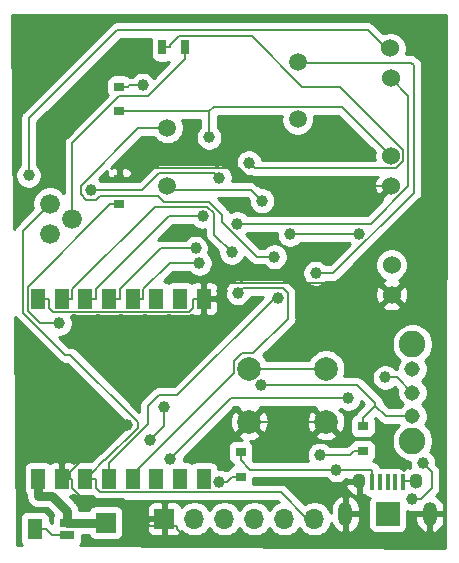
<source format=gtl>
G04 #@! TF.GenerationSoftware,KiCad,Pcbnew,5.1.7-a382d34a8~88~ubuntu18.04.1*
G04 #@! TF.CreationDate,2022-03-02T17:55:55+05:30*
G04 #@! TF.ProjectId,WaterTank_module_v1,57617465-7254-4616-9e6b-5f6d6f64756c,rev?*
G04 #@! TF.SameCoordinates,Original*
G04 #@! TF.FileFunction,Copper,L1,Top*
G04 #@! TF.FilePolarity,Positive*
%FSLAX46Y46*%
G04 Gerber Fmt 4.6, Leading zero omitted, Abs format (unit mm)*
G04 Created by KiCad (PCBNEW 5.1.7-a382d34a8~88~ubuntu18.04.1) date 2022-03-02 17:55:55*
%MOMM*%
%LPD*%
G01*
G04 APERTURE LIST*
G04 #@! TA.AperFunction,ComponentPad*
%ADD10R,1.700000X1.700000*%
G04 #@! TD*
G04 #@! TA.AperFunction,ComponentPad*
%ADD11O,1.700000X1.700000*%
G04 #@! TD*
G04 #@! TA.AperFunction,SMDPad,CuDef*
%ADD12R,1.250000X0.740000*%
G04 #@! TD*
G04 #@! TA.AperFunction,SMDPad,CuDef*
%ADD13R,1.250000X1.800000*%
G04 #@! TD*
G04 #@! TA.AperFunction,ComponentPad*
%ADD14C,1.676400*%
G04 #@! TD*
G04 #@! TA.AperFunction,ComponentPad*
%ADD15C,1.524000*%
G04 #@! TD*
G04 #@! TA.AperFunction,ComponentPad*
%ADD16O,1.200000X2.000000*%
G04 #@! TD*
G04 #@! TA.AperFunction,SMDPad,CuDef*
%ADD17R,2.000000X2.000000*%
G04 #@! TD*
G04 #@! TA.AperFunction,SMDPad,CuDef*
%ADD18R,0.400000X1.350000*%
G04 #@! TD*
G04 #@! TA.AperFunction,ComponentPad*
%ADD19O,1.100000X1.300000*%
G04 #@! TD*
G04 #@! TA.AperFunction,SMDPad,CuDef*
%ADD20R,0.900000X0.800000*%
G04 #@! TD*
G04 #@! TA.AperFunction,SMDPad,CuDef*
%ADD21R,1.200000X1.700000*%
G04 #@! TD*
G04 #@! TA.AperFunction,ComponentPad*
%ADD22C,1.500000*%
G04 #@! TD*
G04 #@! TA.AperFunction,ComponentPad*
%ADD23C,2.000000*%
G04 #@! TD*
G04 #@! TA.AperFunction,SMDPad,CuDef*
%ADD24R,0.700000X1.300000*%
G04 #@! TD*
G04 #@! TA.AperFunction,ComponentPad*
%ADD25C,1.308000*%
G04 #@! TD*
G04 #@! TA.AperFunction,ComponentPad*
%ADD26C,2.250000*%
G04 #@! TD*
G04 #@! TA.AperFunction,ViaPad*
%ADD27C,1.000000*%
G04 #@! TD*
G04 #@! TA.AperFunction,Conductor*
%ADD28C,0.800000*%
G04 #@! TD*
G04 #@! TA.AperFunction,Conductor*
%ADD29C,0.200000*%
G04 #@! TD*
G04 #@! TA.AperFunction,Conductor*
%ADD30C,0.254000*%
G04 #@! TD*
G04 #@! TA.AperFunction,Conductor*
%ADD31C,0.100000*%
G04 #@! TD*
G04 APERTURE END LIST*
D10*
X35896040Y-87164240D03*
D11*
X38436040Y-87164240D03*
X40976040Y-87164240D03*
X43516040Y-87164240D03*
X46056040Y-87164240D03*
X48596040Y-87164240D03*
D12*
X27666500Y-87475900D03*
D13*
X24916500Y-88005900D03*
D12*
X27666500Y-88535900D03*
D14*
X26196000Y-63034200D03*
X28101000Y-61764200D03*
X26196000Y-60494200D03*
D15*
X55038900Y-49870000D03*
X55028900Y-47330000D03*
D16*
X51221040Y-86741000D03*
D17*
X54796040Y-86741000D03*
D16*
X58371040Y-86741000D03*
D18*
X53496040Y-84066000D03*
X54146040Y-84066000D03*
X54796040Y-84066000D03*
X55446040Y-84066000D03*
X56096040Y-84066000D03*
D19*
X52371040Y-83991000D03*
X57221040Y-83991000D03*
D15*
X55138000Y-68201200D03*
X55128000Y-65661200D03*
X55064300Y-58968300D03*
X55054300Y-56428300D03*
D20*
X32087800Y-58404800D03*
X32087800Y-60504800D03*
D21*
X25204700Y-68526400D03*
X27204700Y-68526400D03*
X29204700Y-68526400D03*
X31204700Y-68526400D03*
X33204700Y-68526400D03*
X35204700Y-68526400D03*
X37204700Y-68526400D03*
X39204700Y-68526400D03*
X39204700Y-83756400D03*
X37204700Y-83756400D03*
X35204700Y-83756400D03*
X33204700Y-83756400D03*
X31204700Y-83756400D03*
X29204700Y-83756400D03*
X27204700Y-83756400D03*
X25204700Y-83756400D03*
D10*
X30927000Y-87470000D03*
D20*
X52696000Y-81414200D03*
X52696000Y-79314200D03*
D22*
X47170300Y-53345700D03*
X47170300Y-48465700D03*
X36141700Y-54058800D03*
X36141700Y-58938800D03*
D23*
X43075700Y-78940700D03*
X43075700Y-74440700D03*
X49575700Y-78940700D03*
X49575700Y-74440700D03*
D20*
X32065000Y-50565300D03*
X32065000Y-52665300D03*
X42336700Y-81510200D03*
X42336700Y-83610200D03*
D24*
X37625000Y-47246500D03*
X35725000Y-47246500D03*
D25*
X56896040Y-78464240D03*
X56896040Y-76464240D03*
X56896040Y-74464240D03*
D26*
X56896040Y-80564240D03*
X56896040Y-72364240D03*
D27*
X48695900Y-66357600D03*
X45214500Y-64962600D03*
X44156500Y-60237500D03*
X54596030Y-75190600D03*
X51456300Y-76950900D03*
X36396040Y-82064240D03*
X50445200Y-83000200D03*
X39675900Y-54873100D03*
X44089300Y-75833300D03*
X52356600Y-63062800D03*
X46528800Y-63062800D03*
X56896040Y-85464240D03*
X57796040Y-82464244D03*
X42119500Y-68019100D03*
X41589400Y-64603200D03*
X38532200Y-64257400D03*
X39134100Y-61530400D03*
X38861900Y-65507600D03*
X49063100Y-81747100D03*
X45518100Y-68429500D03*
X40755500Y-67867900D03*
X34522600Y-57171300D03*
X32711397Y-79251797D03*
X27000800Y-70593400D03*
X29639500Y-59306000D03*
X40539200Y-58288300D03*
X34048500Y-50451700D03*
X40521000Y-84035600D03*
X34696040Y-80464240D03*
X35896040Y-77664240D03*
X43052300Y-57016400D03*
X42062800Y-62184900D03*
X24396040Y-58064240D03*
D28*
X27666500Y-87475900D02*
X27666500Y-86505600D01*
X25204700Y-83756400D02*
X25204700Y-85206700D01*
X25204700Y-85206700D02*
X26367600Y-85206700D01*
X26367600Y-85206700D02*
X27666500Y-86505600D01*
X27666500Y-87475900D02*
X28891800Y-87475900D01*
X30927000Y-87470000D02*
X28897700Y-87470000D01*
X28897700Y-87470000D02*
X28891800Y-87475900D01*
D29*
X49575700Y-74440700D02*
X43075700Y-74440700D01*
X47268840Y-48564240D02*
X47170300Y-48465700D01*
X56796040Y-48564240D02*
X47268840Y-48564240D01*
X56984800Y-48753000D02*
X56796040Y-48564240D01*
X48695900Y-66357600D02*
X50198800Y-66357600D01*
X56984800Y-59571600D02*
X56984800Y-48753000D01*
X50198800Y-66357600D02*
X56984800Y-59571600D01*
X45214500Y-64962600D02*
X43708600Y-64962600D01*
X43708600Y-64962600D02*
X40792100Y-62046100D01*
X40792100Y-62046100D02*
X40792100Y-61443400D01*
X40792100Y-61443400D02*
X39664200Y-60315500D01*
X39664200Y-60315500D02*
X35893600Y-60315500D01*
X35893600Y-60315500D02*
X35382500Y-59804400D01*
X35382500Y-59804400D02*
X30439900Y-59804400D01*
X30439900Y-59804400D02*
X30089600Y-60154700D01*
X30089600Y-60154700D02*
X29297600Y-60154700D01*
X29297600Y-60154700D02*
X28812000Y-59669100D01*
X28812000Y-59669100D02*
X28812000Y-58940200D01*
X28812000Y-58940200D02*
X33693400Y-54058800D01*
X33693400Y-54058800D02*
X36141700Y-54058800D01*
X44156500Y-60237500D02*
X43200400Y-59281400D01*
X43200400Y-59281400D02*
X36484300Y-59281400D01*
X36484300Y-59281400D02*
X36141700Y-58938800D01*
X56896040Y-76464240D02*
X55622400Y-75190600D01*
X55622400Y-75190600D02*
X54596030Y-75190600D01*
X51456300Y-76950900D02*
X41509380Y-76950900D01*
X41509380Y-76950900D02*
X36396040Y-82064240D01*
X50445200Y-83000200D02*
X43126400Y-83000200D01*
X43126400Y-83000200D02*
X42336700Y-82210500D01*
X53496040Y-83000200D02*
X50079140Y-83000200D01*
X42336700Y-81860300D02*
X42336700Y-81510200D01*
X42336700Y-81860300D02*
X42336700Y-82210500D01*
X39675900Y-52665300D02*
X32815300Y-52665300D01*
X55054300Y-56428300D02*
X50912200Y-52286200D01*
X50912200Y-52286200D02*
X40055000Y-52286200D01*
X40055000Y-52286200D02*
X39675900Y-52665300D01*
X39675900Y-54873100D02*
X39675900Y-52665300D01*
X53496040Y-84066000D02*
X53496040Y-83090700D01*
X32065000Y-52665300D02*
X32815300Y-52665300D01*
X29204700Y-83756400D02*
X29654900Y-83756400D01*
X53733200Y-77325400D02*
X52241000Y-75833300D01*
X52241000Y-75833300D02*
X44089300Y-75833300D01*
X52696000Y-78613900D02*
X53733200Y-77576700D01*
X53733200Y-77576700D02*
X53733200Y-77325500D01*
X53733200Y-77325500D02*
X53733200Y-77325400D01*
X52696000Y-79314200D02*
X52696000Y-78613900D01*
X30888880Y-82205700D02*
X33626600Y-79467980D01*
X29654900Y-83756400D02*
X29654900Y-83368600D01*
X30817800Y-82205700D02*
X30888880Y-82205700D01*
X33626600Y-79467980D02*
X33626600Y-78995900D01*
X23903500Y-62786700D02*
X26196000Y-60494200D01*
X23903500Y-69701200D02*
X23903500Y-62786700D01*
X33626600Y-78995900D02*
X27938300Y-73307600D01*
X27509900Y-73307600D02*
X23903500Y-69701200D01*
X29654900Y-83368600D02*
X30817800Y-82205700D01*
X27938300Y-73307600D02*
X27509900Y-73307600D01*
X30105000Y-83756400D02*
X29654900Y-83756400D01*
X30105000Y-84544200D02*
X30105000Y-83756400D01*
X45738600Y-84906800D02*
X30467600Y-84906800D01*
X30467600Y-84906800D02*
X30105000Y-84544200D01*
X48596040Y-87164240D02*
X47996040Y-87164240D01*
X47996040Y-87164240D02*
X45738600Y-84906800D01*
X54620740Y-78464240D02*
X53733200Y-77576700D01*
X56896040Y-78464240D02*
X54620740Y-78464240D01*
X46528800Y-63062800D02*
X52356600Y-63062800D01*
X58522924Y-84544462D02*
X58522924Y-83191128D01*
X58522924Y-83191128D02*
X57796040Y-82464244D01*
X57603146Y-85464240D02*
X58522924Y-84544462D01*
X56896040Y-85464240D02*
X57603146Y-85464240D01*
X42515600Y-67623000D02*
X42119500Y-68019100D01*
X45910300Y-67623000D02*
X42515600Y-67623000D01*
X46340600Y-68053300D02*
X45910300Y-67623000D01*
X46340600Y-70219680D02*
X46340600Y-68053300D01*
X33204700Y-83355580D02*
X41775699Y-74784581D01*
X33204700Y-83756400D02*
X33204700Y-83355580D01*
X41775699Y-74784581D02*
X41775699Y-73816699D01*
X41775699Y-73816699D02*
X42451699Y-73140699D01*
X43419581Y-73140699D02*
X46340600Y-70219680D01*
X42451699Y-73140699D02*
X43419581Y-73140699D01*
X27204700Y-68526400D02*
X28105000Y-68526400D01*
X28105000Y-68526400D02*
X28105000Y-67738600D01*
X28105000Y-67738600D02*
X35127800Y-60715800D01*
X35127800Y-60715800D02*
X39498300Y-60715800D01*
X39498300Y-60715800D02*
X40074700Y-61292200D01*
X40074700Y-61292200D02*
X40074700Y-63088500D01*
X40074700Y-63088500D02*
X41589400Y-64603200D01*
X32105000Y-68526400D02*
X32105000Y-67738600D01*
X32105000Y-67738600D02*
X35586200Y-64257400D01*
X35586200Y-64257400D02*
X38532200Y-64257400D01*
X31204700Y-68526400D02*
X32105000Y-68526400D01*
X30105000Y-68526400D02*
X30105000Y-67738600D01*
X30105000Y-67738600D02*
X36313200Y-61530400D01*
X36313200Y-61530400D02*
X39134100Y-61530400D01*
X29204700Y-68526400D02*
X30105000Y-68526400D01*
X34105000Y-68526400D02*
X34105000Y-67737900D01*
X34105000Y-67737900D02*
X36335300Y-65507600D01*
X36335300Y-65507600D02*
X38861900Y-65507600D01*
X33204700Y-68526400D02*
X34105000Y-68526400D01*
X51945700Y-81414200D02*
X51612800Y-81747100D01*
X51612800Y-81747100D02*
X49063100Y-81747100D01*
X52696000Y-81414200D02*
X51945700Y-81414200D01*
X31204700Y-82455580D02*
X34496040Y-79164240D01*
X31204700Y-83756400D02*
X31204700Y-82455580D01*
X34496040Y-79164240D02*
X34496040Y-77564240D01*
X36996040Y-76664240D02*
X45230780Y-68429500D01*
X34496040Y-77564240D02*
X35396040Y-76664240D01*
X45230780Y-68429500D02*
X45518100Y-68429500D01*
X35396040Y-76664240D02*
X36996040Y-76664240D01*
X34522600Y-57483200D02*
X42248000Y-57483200D01*
X42248000Y-57483200D02*
X43733100Y-58968300D01*
X43733100Y-58968300D02*
X55064300Y-58968300D01*
X27204700Y-83756400D02*
X27880000Y-83756400D01*
X39204700Y-68526400D02*
X38304400Y-68526400D01*
X38304400Y-68526400D02*
X38304400Y-69314200D01*
X38304400Y-69314200D02*
X37941700Y-69676900D01*
X37941700Y-69676900D02*
X26467700Y-69676900D01*
X26467700Y-69676900D02*
X26105000Y-69314200D01*
X26105000Y-69314200D02*
X26105000Y-68526400D01*
X40755500Y-67867900D02*
X41406900Y-67216500D01*
X41406900Y-67216500D02*
X54153300Y-67216500D01*
X54153300Y-67216500D02*
X55138000Y-68201200D01*
X40105000Y-68526400D02*
X40755500Y-67875900D01*
X40755500Y-67875900D02*
X40755500Y-67867900D01*
X34522600Y-57483200D02*
X34522600Y-57171300D01*
X32838100Y-58404800D02*
X33759700Y-57483200D01*
X33759700Y-57483200D02*
X34522600Y-57483200D01*
X25204700Y-68526400D02*
X26105000Y-68526400D01*
X32087800Y-58404800D02*
X32838100Y-58404800D01*
X39204700Y-68526400D02*
X40105000Y-68526400D01*
X43075700Y-78940700D02*
X49575700Y-78940700D01*
X27880000Y-83756400D02*
X27880000Y-83174800D01*
X31803003Y-79251797D02*
X32711397Y-79251797D01*
X27880000Y-83174800D02*
X31803003Y-79251797D01*
X28105000Y-84544200D02*
X28105000Y-83756400D01*
X29021000Y-85460200D02*
X28105000Y-84544200D01*
X34676400Y-87769700D02*
X32366900Y-85460200D01*
X51296040Y-87122560D02*
X51296040Y-88422860D01*
X36977000Y-88057400D02*
X36977000Y-87769700D01*
X51296040Y-88422860D02*
X50398600Y-89320300D01*
X28105000Y-83756400D02*
X27880000Y-83756400D01*
X38239900Y-89320300D02*
X36977000Y-88057400D01*
X32366900Y-85460200D02*
X29021000Y-85460200D01*
X51677600Y-86741000D02*
X51296040Y-87122560D01*
X50398600Y-89320300D02*
X38239900Y-89320300D01*
X35290580Y-87769700D02*
X35896040Y-87164240D01*
X34676400Y-87769700D02*
X35290580Y-87769700D01*
X36501500Y-87769700D02*
X35896040Y-87164240D01*
X36977000Y-87769700D02*
X36501500Y-87769700D01*
X56171040Y-83991000D02*
X56096040Y-84066000D01*
X57221040Y-83991000D02*
X56171040Y-83991000D01*
X32087800Y-60504800D02*
X31327500Y-60504800D01*
X31327500Y-60504800D02*
X24304300Y-67528000D01*
X24304300Y-67528000D02*
X24304300Y-69532200D01*
X24304300Y-69532200D02*
X25365500Y-70593400D01*
X25365500Y-70593400D02*
X27000800Y-70593400D01*
X29639500Y-59306000D02*
X34019200Y-59306000D01*
X34019200Y-59306000D02*
X35441700Y-57883500D01*
X35441700Y-57883500D02*
X40134400Y-57883500D01*
X40134400Y-57883500D02*
X40539200Y-58288300D01*
X32815300Y-50565300D02*
X32928900Y-50451700D01*
X32928900Y-50451700D02*
X34048500Y-50451700D01*
X32065000Y-50565300D02*
X32815300Y-50565300D01*
X41586400Y-83610200D02*
X41161000Y-84035600D01*
X41161000Y-84035600D02*
X40521000Y-84035600D01*
X42336700Y-83610200D02*
X41586400Y-83610200D01*
X35896040Y-79264240D02*
X35896040Y-77664240D01*
X34696040Y-80464240D02*
X35896040Y-79264240D01*
X37625000Y-47246500D02*
X37625000Y-48196800D01*
X28101000Y-61764200D02*
X28101000Y-55336200D01*
X28101000Y-55336200D02*
X32084600Y-51352600D01*
X32084600Y-51352600D02*
X34469200Y-51352600D01*
X34469200Y-51352600D02*
X37625000Y-48196800D01*
X35725000Y-47246500D02*
X36375300Y-47246500D01*
X36375300Y-47246500D02*
X36375300Y-47002600D01*
X36375300Y-47002600D02*
X37108900Y-46269000D01*
X37108900Y-46269000D02*
X43273400Y-46269000D01*
X43273400Y-46269000D02*
X47563700Y-50559300D01*
X47563700Y-50559300D02*
X50728000Y-50559300D01*
X50728000Y-50559300D02*
X56134200Y-55965500D01*
X56134200Y-55965500D02*
X56134200Y-56854000D01*
X56134200Y-56854000D02*
X55497500Y-57490700D01*
X55497500Y-57490700D02*
X43526600Y-57490700D01*
X43526600Y-57490700D02*
X43052300Y-57016400D01*
X24916500Y-88005900D02*
X25841800Y-88005900D01*
X27666500Y-88535900D02*
X26371800Y-88535900D01*
X26371800Y-88535900D02*
X25841800Y-88005900D01*
X42062800Y-62184900D02*
X53364800Y-62184900D01*
X53364800Y-62184900D02*
X56534500Y-59015200D01*
X56534500Y-59015200D02*
X56534500Y-51365600D01*
X56534500Y-51365600D02*
X55038900Y-49870000D01*
X24396040Y-58064240D02*
X24396040Y-53264240D01*
X24396040Y-53264240D02*
X31896040Y-45764240D01*
X31896040Y-45764240D02*
X53096040Y-45764240D01*
X54661800Y-47330000D02*
X55028900Y-47330000D01*
X53096040Y-45764240D02*
X54661800Y-47330000D01*
D30*
X59669321Y-89636194D02*
X28712624Y-89381755D01*
X28742685Y-89357085D01*
X28822037Y-89260394D01*
X28881002Y-89150080D01*
X28917312Y-89030382D01*
X28929572Y-88905900D01*
X28929572Y-88512186D01*
X28942628Y-88510900D01*
X28942638Y-88510900D01*
X29002543Y-88505000D01*
X29469546Y-88505000D01*
X29487498Y-88564180D01*
X29546463Y-88674494D01*
X29625815Y-88771185D01*
X29722506Y-88850537D01*
X29832820Y-88909502D01*
X29952518Y-88945812D01*
X30077000Y-88958072D01*
X31777000Y-88958072D01*
X31901482Y-88945812D01*
X32021180Y-88909502D01*
X32131494Y-88850537D01*
X32228185Y-88771185D01*
X32307537Y-88674494D01*
X32366502Y-88564180D01*
X32402812Y-88444482D01*
X32415072Y-88320000D01*
X32415072Y-88014240D01*
X34407968Y-88014240D01*
X34420228Y-88138722D01*
X34456538Y-88258420D01*
X34515503Y-88368734D01*
X34594855Y-88465425D01*
X34691546Y-88544777D01*
X34801860Y-88603742D01*
X34921558Y-88640052D01*
X35046040Y-88652312D01*
X35610290Y-88649240D01*
X35769040Y-88490490D01*
X35769040Y-87291240D01*
X34569790Y-87291240D01*
X34411040Y-87449990D01*
X34407968Y-88014240D01*
X32415072Y-88014240D01*
X32415072Y-86620000D01*
X32402812Y-86495518D01*
X32366502Y-86375820D01*
X32333587Y-86314240D01*
X34407968Y-86314240D01*
X34411040Y-86878490D01*
X34569790Y-87037240D01*
X35769040Y-87037240D01*
X35769040Y-85837990D01*
X35610290Y-85679240D01*
X35046040Y-85676168D01*
X34921558Y-85688428D01*
X34801860Y-85724738D01*
X34691546Y-85783703D01*
X34594855Y-85863055D01*
X34515503Y-85959746D01*
X34456538Y-86070060D01*
X34420228Y-86189758D01*
X34407968Y-86314240D01*
X32333587Y-86314240D01*
X32307537Y-86265506D01*
X32228185Y-86168815D01*
X32131494Y-86089463D01*
X32021180Y-86030498D01*
X31901482Y-85994188D01*
X31777000Y-85981928D01*
X30077000Y-85981928D01*
X29952518Y-85994188D01*
X29832820Y-86030498D01*
X29722506Y-86089463D01*
X29625815Y-86168815D01*
X29546463Y-86265506D01*
X29487498Y-86375820D01*
X29469546Y-86435000D01*
X28948535Y-86435000D01*
X28897700Y-86429993D01*
X28846865Y-86435000D01*
X28846862Y-86435000D01*
X28786957Y-86440900D01*
X28700135Y-86440900D01*
X28686524Y-86302705D01*
X28627341Y-86107607D01*
X28570820Y-86001864D01*
X28531234Y-85927802D01*
X28434303Y-85809692D01*
X28401896Y-85770204D01*
X28362408Y-85737797D01*
X27863310Y-85238700D01*
X27929182Y-85232212D01*
X28048880Y-85195902D01*
X28159194Y-85136937D01*
X28204700Y-85099591D01*
X28250206Y-85136937D01*
X28360520Y-85195902D01*
X28480218Y-85232212D01*
X28604700Y-85244472D01*
X29765826Y-85244472D01*
X29922341Y-85400987D01*
X29945362Y-85429038D01*
X30057280Y-85520887D01*
X30184967Y-85589137D01*
X30323515Y-85631165D01*
X30467600Y-85645356D01*
X30503705Y-85641800D01*
X45434154Y-85641800D01*
X45556258Y-85763904D01*
X45352629Y-85848250D01*
X45109408Y-86010765D01*
X44902565Y-86217608D01*
X44786040Y-86392000D01*
X44669515Y-86217608D01*
X44462672Y-86010765D01*
X44219451Y-85848250D01*
X43949198Y-85736308D01*
X43662300Y-85679240D01*
X43369780Y-85679240D01*
X43082882Y-85736308D01*
X42812629Y-85848250D01*
X42569408Y-86010765D01*
X42362565Y-86217608D01*
X42246040Y-86392000D01*
X42129515Y-86217608D01*
X41922672Y-86010765D01*
X41679451Y-85848250D01*
X41409198Y-85736308D01*
X41122300Y-85679240D01*
X40829780Y-85679240D01*
X40542882Y-85736308D01*
X40272629Y-85848250D01*
X40029408Y-86010765D01*
X39822565Y-86217608D01*
X39706040Y-86392000D01*
X39589515Y-86217608D01*
X39382672Y-86010765D01*
X39139451Y-85848250D01*
X38869198Y-85736308D01*
X38582300Y-85679240D01*
X38289780Y-85679240D01*
X38002882Y-85736308D01*
X37732629Y-85848250D01*
X37489408Y-86010765D01*
X37357553Y-86142620D01*
X37335542Y-86070060D01*
X37276577Y-85959746D01*
X37197225Y-85863055D01*
X37100534Y-85783703D01*
X36990220Y-85724738D01*
X36870522Y-85688428D01*
X36746040Y-85676168D01*
X36181790Y-85679240D01*
X36023040Y-85837990D01*
X36023040Y-87037240D01*
X36043040Y-87037240D01*
X36043040Y-87291240D01*
X36023040Y-87291240D01*
X36023040Y-88490490D01*
X36181790Y-88649240D01*
X36746040Y-88652312D01*
X36870522Y-88640052D01*
X36990220Y-88603742D01*
X37100534Y-88544777D01*
X37197225Y-88465425D01*
X37276577Y-88368734D01*
X37335542Y-88258420D01*
X37357553Y-88185860D01*
X37489408Y-88317715D01*
X37732629Y-88480230D01*
X38002882Y-88592172D01*
X38289780Y-88649240D01*
X38582300Y-88649240D01*
X38869198Y-88592172D01*
X39139451Y-88480230D01*
X39382672Y-88317715D01*
X39589515Y-88110872D01*
X39706040Y-87936480D01*
X39822565Y-88110872D01*
X40029408Y-88317715D01*
X40272629Y-88480230D01*
X40542882Y-88592172D01*
X40829780Y-88649240D01*
X41122300Y-88649240D01*
X41409198Y-88592172D01*
X41679451Y-88480230D01*
X41922672Y-88317715D01*
X42129515Y-88110872D01*
X42246040Y-87936480D01*
X42362565Y-88110872D01*
X42569408Y-88317715D01*
X42812629Y-88480230D01*
X43082882Y-88592172D01*
X43369780Y-88649240D01*
X43662300Y-88649240D01*
X43949198Y-88592172D01*
X44219451Y-88480230D01*
X44462672Y-88317715D01*
X44669515Y-88110872D01*
X44786040Y-87936480D01*
X44902565Y-88110872D01*
X45109408Y-88317715D01*
X45352629Y-88480230D01*
X45622882Y-88592172D01*
X45909780Y-88649240D01*
X46202300Y-88649240D01*
X46489198Y-88592172D01*
X46759451Y-88480230D01*
X47002672Y-88317715D01*
X47209515Y-88110872D01*
X47326040Y-87936480D01*
X47442565Y-88110872D01*
X47649408Y-88317715D01*
X47892629Y-88480230D01*
X48162882Y-88592172D01*
X48449780Y-88649240D01*
X48742300Y-88649240D01*
X49029198Y-88592172D01*
X49299451Y-88480230D01*
X49542672Y-88317715D01*
X49749515Y-88110872D01*
X49912030Y-87867651D01*
X50023972Y-87597398D01*
X50039638Y-87518639D01*
X50128650Y-87730946D01*
X50264733Y-87932725D01*
X50437566Y-88104078D01*
X50640507Y-88238421D01*
X50865758Y-88330591D01*
X50903431Y-88334462D01*
X51094040Y-88209731D01*
X51094040Y-86868000D01*
X51348040Y-86868000D01*
X51348040Y-88209731D01*
X51538649Y-88334462D01*
X51576322Y-88330591D01*
X51801573Y-88238421D01*
X52004514Y-88104078D01*
X52177347Y-87932725D01*
X52313430Y-87730946D01*
X52407533Y-87506496D01*
X52456040Y-87268000D01*
X52456040Y-86868000D01*
X51348040Y-86868000D01*
X51094040Y-86868000D01*
X51074040Y-86868000D01*
X51074040Y-86614000D01*
X51094040Y-86614000D01*
X51094040Y-85272269D01*
X51348040Y-85272269D01*
X51348040Y-86614000D01*
X52456040Y-86614000D01*
X52456040Y-86214000D01*
X52407533Y-85975504D01*
X52313430Y-85751054D01*
X52177347Y-85549275D01*
X52004514Y-85377922D01*
X51801573Y-85243579D01*
X51576322Y-85151409D01*
X51538649Y-85147538D01*
X51348040Y-85272269D01*
X51094040Y-85272269D01*
X50903431Y-85147538D01*
X50865758Y-85151409D01*
X50640507Y-85243579D01*
X50437566Y-85377922D01*
X50264733Y-85549275D01*
X50128650Y-85751054D01*
X50034547Y-85975504D01*
X49986040Y-86214000D01*
X49986040Y-86639506D01*
X49912030Y-86460829D01*
X49749515Y-86217608D01*
X49542672Y-86010765D01*
X49299451Y-85848250D01*
X49029198Y-85736308D01*
X48742300Y-85679240D01*
X48449780Y-85679240D01*
X48162882Y-85736308D01*
X47892629Y-85848250D01*
X47788844Y-85917597D01*
X46283859Y-84412612D01*
X46260838Y-84384562D01*
X46161231Y-84302816D01*
X51206281Y-84302816D01*
X51269985Y-84525979D01*
X51376002Y-84732426D01*
X51520257Y-84914223D01*
X51697207Y-85064385D01*
X51900053Y-85177140D01*
X52061296Y-85234803D01*
X52244040Y-85109361D01*
X52244040Y-84118000D01*
X51346236Y-84118000D01*
X51206281Y-84302816D01*
X46161231Y-84302816D01*
X46148920Y-84292713D01*
X46021233Y-84224463D01*
X45882685Y-84182435D01*
X45774705Y-84171800D01*
X45738600Y-84168244D01*
X45702495Y-84171800D01*
X43401252Y-84171800D01*
X43412512Y-84134682D01*
X43424772Y-84010200D01*
X43424772Y-83735200D01*
X49575068Y-83735200D01*
X49721680Y-83881812D01*
X49907576Y-84006024D01*
X50114133Y-84091583D01*
X50333412Y-84135200D01*
X50556988Y-84135200D01*
X50776267Y-84091583D01*
X50982824Y-84006024D01*
X51168720Y-83881812D01*
X51277414Y-83773118D01*
X51346236Y-83864000D01*
X52244040Y-83864000D01*
X52244040Y-83844000D01*
X52498040Y-83844000D01*
X52498040Y-83864000D01*
X52518040Y-83864000D01*
X52518040Y-84118000D01*
X52498040Y-84118000D01*
X52498040Y-85109361D01*
X52680784Y-85234803D01*
X52834668Y-85179772D01*
X52844855Y-85192185D01*
X52941546Y-85271537D01*
X53051860Y-85330502D01*
X53171558Y-85366812D01*
X53273431Y-85376845D01*
X53265503Y-85386506D01*
X53206538Y-85496820D01*
X53170228Y-85616518D01*
X53157968Y-85741000D01*
X53157968Y-87741000D01*
X53170228Y-87865482D01*
X53206538Y-87985180D01*
X53265503Y-88095494D01*
X53344855Y-88192185D01*
X53441546Y-88271537D01*
X53551860Y-88330502D01*
X53671558Y-88366812D01*
X53796040Y-88379072D01*
X55796040Y-88379072D01*
X55920522Y-88366812D01*
X56040220Y-88330502D01*
X56150534Y-88271537D01*
X56247225Y-88192185D01*
X56326577Y-88095494D01*
X56385542Y-87985180D01*
X56421852Y-87865482D01*
X56434112Y-87741000D01*
X56434112Y-86868000D01*
X57136040Y-86868000D01*
X57136040Y-87268000D01*
X57184547Y-87506496D01*
X57278650Y-87730946D01*
X57414733Y-87932725D01*
X57587566Y-88104078D01*
X57790507Y-88238421D01*
X58015758Y-88330591D01*
X58053431Y-88334462D01*
X58244040Y-88209731D01*
X58244040Y-86868000D01*
X58498040Y-86868000D01*
X58498040Y-88209731D01*
X58688649Y-88334462D01*
X58726322Y-88330591D01*
X58951573Y-88238421D01*
X59154514Y-88104078D01*
X59327347Y-87932725D01*
X59463430Y-87730946D01*
X59557533Y-87506496D01*
X59606040Y-87268000D01*
X59606040Y-86868000D01*
X58498040Y-86868000D01*
X58244040Y-86868000D01*
X57136040Y-86868000D01*
X56434112Y-86868000D01*
X56434112Y-86501418D01*
X56564973Y-86555623D01*
X56784252Y-86599240D01*
X57007828Y-86599240D01*
X57136040Y-86573737D01*
X57136040Y-86614000D01*
X58244040Y-86614000D01*
X58244040Y-86594000D01*
X58498040Y-86594000D01*
X58498040Y-86614000D01*
X59606040Y-86614000D01*
X59606040Y-86214000D01*
X59557533Y-85975504D01*
X59463430Y-85751054D01*
X59327347Y-85549275D01*
X59154514Y-85377922D01*
X58951573Y-85243579D01*
X58888899Y-85217934D01*
X59017121Y-85089712D01*
X59045161Y-85066700D01*
X59068174Y-85038659D01*
X59068177Y-85038656D01*
X59137011Y-84954782D01*
X59205261Y-84827096D01*
X59247289Y-84688547D01*
X59261480Y-84544462D01*
X59257924Y-84508357D01*
X59257924Y-83227222D01*
X59261479Y-83191127D01*
X59257924Y-83155032D01*
X59257924Y-83155023D01*
X59247289Y-83047043D01*
X59205261Y-82908495D01*
X59137011Y-82780808D01*
X59045162Y-82668890D01*
X59017117Y-82645874D01*
X58931040Y-82559797D01*
X58931040Y-82352456D01*
X58887423Y-82133177D01*
X58801864Y-81926620D01*
X58677652Y-81740724D01*
X58519560Y-81582632D01*
X58390104Y-81496132D01*
X58455732Y-81397913D01*
X58588404Y-81077613D01*
X58656040Y-80737585D01*
X58656040Y-80390895D01*
X58588404Y-80050867D01*
X58455732Y-79730567D01*
X58263121Y-79442305D01*
X58017975Y-79197159D01*
X57975535Y-79168801D01*
X58038337Y-79074810D01*
X58135505Y-78840227D01*
X58185040Y-78591195D01*
X58185040Y-78337285D01*
X58135505Y-78088253D01*
X58038337Y-77853670D01*
X57897272Y-77642550D01*
X57718962Y-77464240D01*
X57897272Y-77285930D01*
X58038337Y-77074810D01*
X58135505Y-76840227D01*
X58185040Y-76591195D01*
X58185040Y-76337285D01*
X58135505Y-76088253D01*
X58038337Y-75853670D01*
X57897272Y-75642550D01*
X57718962Y-75464240D01*
X57897272Y-75285930D01*
X58038337Y-75074810D01*
X58135505Y-74840227D01*
X58185040Y-74591195D01*
X58185040Y-74337285D01*
X58135505Y-74088253D01*
X58038337Y-73853670D01*
X57975535Y-73759679D01*
X58017975Y-73731321D01*
X58263121Y-73486175D01*
X58455732Y-73197913D01*
X58588404Y-72877613D01*
X58656040Y-72537585D01*
X58656040Y-72190895D01*
X58588404Y-71850867D01*
X58455732Y-71530567D01*
X58263121Y-71242305D01*
X58017975Y-70997159D01*
X57729713Y-70804548D01*
X57409413Y-70671876D01*
X57069385Y-70604240D01*
X56722695Y-70604240D01*
X56382667Y-70671876D01*
X56062367Y-70804548D01*
X55774105Y-70997159D01*
X55528959Y-71242305D01*
X55336348Y-71530567D01*
X55203676Y-71850867D01*
X55136040Y-72190895D01*
X55136040Y-72537585D01*
X55203676Y-72877613D01*
X55336348Y-73197913D01*
X55528959Y-73486175D01*
X55774105Y-73731321D01*
X55816545Y-73759679D01*
X55753743Y-73853670D01*
X55656575Y-74088253D01*
X55607040Y-74337285D01*
X55607040Y-74453557D01*
X55586295Y-74455600D01*
X55466162Y-74455600D01*
X55319550Y-74308988D01*
X55133654Y-74184776D01*
X54927097Y-74099217D01*
X54707818Y-74055600D01*
X54484242Y-74055600D01*
X54264963Y-74099217D01*
X54058406Y-74184776D01*
X53872510Y-74308988D01*
X53714418Y-74467080D01*
X53590206Y-74652976D01*
X53504647Y-74859533D01*
X53461030Y-75078812D01*
X53461030Y-75302388D01*
X53504647Y-75521667D01*
X53590206Y-75728224D01*
X53714418Y-75914120D01*
X53872510Y-76072212D01*
X54058406Y-76196424D01*
X54264963Y-76281983D01*
X54484242Y-76325600D01*
X54707818Y-76325600D01*
X54927097Y-76281983D01*
X55133654Y-76196424D01*
X55319550Y-76072212D01*
X55392058Y-75999704D01*
X55627380Y-76235027D01*
X55607040Y-76337285D01*
X55607040Y-76591195D01*
X55656575Y-76840227D01*
X55753743Y-77074810D01*
X55894808Y-77285930D01*
X56073118Y-77464240D01*
X55894808Y-77642550D01*
X55836884Y-77729240D01*
X54925187Y-77729240D01*
X54466339Y-77270393D01*
X54464483Y-77251555D01*
X54457565Y-77181316D01*
X54457561Y-77181304D01*
X54457560Y-77181290D01*
X54434678Y-77105869D01*
X54415537Y-77042768D01*
X54415531Y-77042758D01*
X54415527Y-77042743D01*
X54372694Y-76962614D01*
X54347287Y-76915081D01*
X54347281Y-76915073D01*
X54347273Y-76915059D01*
X54285567Y-76839875D01*
X54255438Y-76803163D01*
X54227389Y-76780144D01*
X52786247Y-75339099D01*
X52763238Y-75311062D01*
X52735182Y-75288037D01*
X52735175Y-75288030D01*
X52716377Y-75272604D01*
X52651320Y-75219213D01*
X52651305Y-75219205D01*
X52651299Y-75219200D01*
X52605833Y-75194900D01*
X52523633Y-75150963D01*
X52523619Y-75150959D01*
X52523610Y-75150954D01*
X52473618Y-75135791D01*
X52385085Y-75108935D01*
X52385068Y-75108933D01*
X52385060Y-75108931D01*
X52328243Y-75103337D01*
X52277105Y-75098300D01*
X52277091Y-75098300D01*
X52240976Y-75094744D01*
X52204884Y-75098300D01*
X51073024Y-75098300D01*
X51147868Y-74917612D01*
X51210700Y-74601733D01*
X51210700Y-74279667D01*
X51147868Y-73963788D01*
X51024618Y-73666237D01*
X50845687Y-73398448D01*
X50617952Y-73170713D01*
X50350163Y-72991782D01*
X50052612Y-72868532D01*
X49736733Y-72805700D01*
X49414667Y-72805700D01*
X49098788Y-72868532D01*
X48801237Y-72991782D01*
X48533448Y-73170713D01*
X48305713Y-73398448D01*
X48126782Y-73666237D01*
X48110436Y-73705700D01*
X44540964Y-73705700D01*
X44524618Y-73666237D01*
X44345687Y-73398448D01*
X44273483Y-73326244D01*
X46834797Y-70764930D01*
X46862837Y-70741918D01*
X46885850Y-70713877D01*
X46885853Y-70713874D01*
X46954687Y-70630000D01*
X47022937Y-70502314D01*
X47064965Y-70363765D01*
X47079156Y-70219680D01*
X47075600Y-70183575D01*
X47075600Y-69166765D01*
X54352040Y-69166765D01*
X54419020Y-69406856D01*
X54668048Y-69523956D01*
X54935135Y-69590223D01*
X55210017Y-69603110D01*
X55482133Y-69562122D01*
X55741023Y-69468836D01*
X55856980Y-69406856D01*
X55923960Y-69166765D01*
X55138000Y-68380805D01*
X54352040Y-69166765D01*
X47075600Y-69166765D01*
X47075600Y-68273217D01*
X53736090Y-68273217D01*
X53777078Y-68545333D01*
X53870364Y-68804223D01*
X53932344Y-68920180D01*
X54172435Y-68987160D01*
X54958395Y-68201200D01*
X55317605Y-68201200D01*
X56103565Y-68987160D01*
X56343656Y-68920180D01*
X56460756Y-68671152D01*
X56527023Y-68404065D01*
X56539910Y-68129183D01*
X56498922Y-67857067D01*
X56405636Y-67598177D01*
X56343656Y-67482220D01*
X56103565Y-67415240D01*
X55317605Y-68201200D01*
X54958395Y-68201200D01*
X54172435Y-67415240D01*
X53932344Y-67482220D01*
X53815244Y-67731248D01*
X53748977Y-67998335D01*
X53736090Y-68273217D01*
X47075600Y-68273217D01*
X47075600Y-68089396D01*
X47079155Y-68053299D01*
X47075600Y-68017202D01*
X47075600Y-68017195D01*
X47064965Y-67909215D01*
X47063879Y-67905633D01*
X47045201Y-67844063D01*
X47022937Y-67770667D01*
X46954687Y-67642980D01*
X46862838Y-67531062D01*
X46834787Y-67508041D01*
X46455559Y-67128813D01*
X46432538Y-67100762D01*
X46320620Y-67008913D01*
X46192933Y-66940663D01*
X46054385Y-66898635D01*
X45946405Y-66888000D01*
X45910300Y-66884444D01*
X45874195Y-66888000D01*
X42551705Y-66888000D01*
X42515600Y-66884444D01*
X42371514Y-66898635D01*
X42344919Y-66906703D01*
X42231288Y-66884100D01*
X42007712Y-66884100D01*
X41788433Y-66927717D01*
X41581876Y-67013276D01*
X41395980Y-67137488D01*
X41237888Y-67295580D01*
X41113676Y-67481476D01*
X41028117Y-67688033D01*
X40984500Y-67907312D01*
X40984500Y-68130888D01*
X41028117Y-68350167D01*
X41113676Y-68556724D01*
X41237888Y-68742620D01*
X41395980Y-68900712D01*
X41581876Y-69024924D01*
X41788433Y-69110483D01*
X42007712Y-69154100D01*
X42231288Y-69154100D01*
X42450567Y-69110483D01*
X42657124Y-69024924D01*
X42843020Y-68900712D01*
X43001112Y-68742620D01*
X43125324Y-68556724D01*
X43207638Y-68358000D01*
X44262833Y-68358000D01*
X36691594Y-75929240D01*
X35432134Y-75929240D01*
X35396039Y-75925685D01*
X35359944Y-75929240D01*
X35359935Y-75929240D01*
X35251955Y-75939875D01*
X35113407Y-75981903D01*
X34985720Y-76050153D01*
X34873802Y-76142002D01*
X34850786Y-76170047D01*
X34001848Y-77018986D01*
X33973803Y-77042002D01*
X33881954Y-77153920D01*
X33839400Y-77233533D01*
X33813704Y-77281607D01*
X33771675Y-77420155D01*
X33757484Y-77564240D01*
X33761041Y-77600355D01*
X33761041Y-78090894D01*
X28483559Y-72813413D01*
X28460538Y-72785362D01*
X28348620Y-72693513D01*
X28220933Y-72625263D01*
X28082385Y-72583235D01*
X27974405Y-72572600D01*
X27938300Y-72569044D01*
X27902195Y-72572600D01*
X27814347Y-72572600D01*
X26970147Y-71728400D01*
X27112588Y-71728400D01*
X27331867Y-71684783D01*
X27538424Y-71599224D01*
X27724320Y-71475012D01*
X27882412Y-71316920D01*
X28006624Y-71131024D01*
X28092183Y-70924467D01*
X28135800Y-70705188D01*
X28135800Y-70481612D01*
X28092183Y-70262333D01*
X28006624Y-70055776D01*
X27963814Y-69991706D01*
X28048880Y-69965902D01*
X28159194Y-69906937D01*
X28204700Y-69869591D01*
X28250206Y-69906937D01*
X28360520Y-69965902D01*
X28480218Y-70002212D01*
X28604700Y-70014472D01*
X29804700Y-70014472D01*
X29929182Y-70002212D01*
X30048880Y-69965902D01*
X30159194Y-69906937D01*
X30204700Y-69869591D01*
X30250206Y-69906937D01*
X30360520Y-69965902D01*
X30480218Y-70002212D01*
X30604700Y-70014472D01*
X31804700Y-70014472D01*
X31929182Y-70002212D01*
X32048880Y-69965902D01*
X32159194Y-69906937D01*
X32204700Y-69869591D01*
X32250206Y-69906937D01*
X32360520Y-69965902D01*
X32480218Y-70002212D01*
X32604700Y-70014472D01*
X33804700Y-70014472D01*
X33929182Y-70002212D01*
X34048880Y-69965902D01*
X34159194Y-69906937D01*
X34204700Y-69869591D01*
X34250206Y-69906937D01*
X34360520Y-69965902D01*
X34480218Y-70002212D01*
X34604700Y-70014472D01*
X35804700Y-70014472D01*
X35929182Y-70002212D01*
X36048880Y-69965902D01*
X36159194Y-69906937D01*
X36204700Y-69869591D01*
X36250206Y-69906937D01*
X36360520Y-69965902D01*
X36480218Y-70002212D01*
X36604700Y-70014472D01*
X37804700Y-70014472D01*
X37929182Y-70002212D01*
X38048880Y-69965902D01*
X38159194Y-69906937D01*
X38204700Y-69869591D01*
X38250206Y-69906937D01*
X38360520Y-69965902D01*
X38480218Y-70002212D01*
X38604700Y-70014472D01*
X38918950Y-70011400D01*
X39077700Y-69852650D01*
X39077700Y-68653400D01*
X39331700Y-68653400D01*
X39331700Y-69852650D01*
X39490450Y-70011400D01*
X39804700Y-70014472D01*
X39929182Y-70002212D01*
X40048880Y-69965902D01*
X40159194Y-69906937D01*
X40255885Y-69827585D01*
X40335237Y-69730894D01*
X40394202Y-69620580D01*
X40430512Y-69500882D01*
X40442772Y-69376400D01*
X40439700Y-68812150D01*
X40280950Y-68653400D01*
X39331700Y-68653400D01*
X39077700Y-68653400D01*
X39057700Y-68653400D01*
X39057700Y-68399400D01*
X39077700Y-68399400D01*
X39077700Y-67200150D01*
X39331700Y-67200150D01*
X39331700Y-68399400D01*
X40280950Y-68399400D01*
X40439700Y-68240650D01*
X40442772Y-67676400D01*
X40430512Y-67551918D01*
X40394202Y-67432220D01*
X40335237Y-67321906D01*
X40255885Y-67225215D01*
X40159194Y-67145863D01*
X40048880Y-67086898D01*
X39929182Y-67050588D01*
X39804700Y-67038328D01*
X39490450Y-67041400D01*
X39331700Y-67200150D01*
X39077700Y-67200150D01*
X38918950Y-67041400D01*
X38604700Y-67038328D01*
X38480218Y-67050588D01*
X38360520Y-67086898D01*
X38250206Y-67145863D01*
X38204700Y-67183209D01*
X38159194Y-67145863D01*
X38048880Y-67086898D01*
X37929182Y-67050588D01*
X37804700Y-67038328D01*
X36604700Y-67038328D01*
X36480218Y-67050588D01*
X36360520Y-67086898D01*
X36250206Y-67145863D01*
X36204700Y-67183209D01*
X36159194Y-67145863D01*
X36048880Y-67086898D01*
X35929182Y-67050588D01*
X35840493Y-67041853D01*
X36639747Y-66242600D01*
X37991768Y-66242600D01*
X38138380Y-66389212D01*
X38324276Y-66513424D01*
X38530833Y-66598983D01*
X38750112Y-66642600D01*
X38973688Y-66642600D01*
X39192967Y-66598983D01*
X39399524Y-66513424D01*
X39585420Y-66389212D01*
X39743512Y-66231120D01*
X39867724Y-66045224D01*
X39953283Y-65838667D01*
X39996900Y-65619388D01*
X39996900Y-65395812D01*
X39953283Y-65176533D01*
X39867724Y-64969976D01*
X39743512Y-64784080D01*
X39601416Y-64641984D01*
X39623583Y-64588467D01*
X39667200Y-64369188D01*
X39667200Y-64145612D01*
X39623583Y-63926333D01*
X39538024Y-63719776D01*
X39413812Y-63533880D01*
X39255720Y-63375788D01*
X39069824Y-63251576D01*
X38863267Y-63166017D01*
X38643988Y-63122400D01*
X38420412Y-63122400D01*
X38201133Y-63166017D01*
X37994576Y-63251576D01*
X37808680Y-63375788D01*
X37662068Y-63522400D01*
X35622294Y-63522400D01*
X35586199Y-63518845D01*
X35550104Y-63522400D01*
X35550095Y-63522400D01*
X35442115Y-63533035D01*
X35309907Y-63573140D01*
X36617647Y-62265400D01*
X38263968Y-62265400D01*
X38410580Y-62412012D01*
X38596476Y-62536224D01*
X38803033Y-62621783D01*
X39022312Y-62665400D01*
X39245888Y-62665400D01*
X39339701Y-62646740D01*
X39339701Y-63052385D01*
X39336144Y-63088500D01*
X39350335Y-63232585D01*
X39380479Y-63331953D01*
X39392364Y-63371133D01*
X39460614Y-63498820D01*
X39552463Y-63610738D01*
X39580508Y-63633754D01*
X40454400Y-64507647D01*
X40454400Y-64714988D01*
X40498017Y-64934267D01*
X40583576Y-65140824D01*
X40707788Y-65326720D01*
X40865880Y-65484812D01*
X41051776Y-65609024D01*
X41258333Y-65694583D01*
X41477612Y-65738200D01*
X41701188Y-65738200D01*
X41920467Y-65694583D01*
X42127024Y-65609024D01*
X42312920Y-65484812D01*
X42471012Y-65326720D01*
X42595224Y-65140824D01*
X42669078Y-64962525D01*
X43163346Y-65456793D01*
X43186362Y-65484838D01*
X43298280Y-65576687D01*
X43425967Y-65644937D01*
X43525939Y-65675263D01*
X43564515Y-65686965D01*
X43708600Y-65701156D01*
X43744705Y-65697600D01*
X44344368Y-65697600D01*
X44490980Y-65844212D01*
X44676876Y-65968424D01*
X44883433Y-66053983D01*
X45102712Y-66097600D01*
X45326288Y-66097600D01*
X45545567Y-66053983D01*
X45752124Y-65968424D01*
X45938020Y-65844212D01*
X46096112Y-65686120D01*
X46220324Y-65500224D01*
X46305883Y-65293667D01*
X46349500Y-65074388D01*
X46349500Y-64850812D01*
X46305883Y-64631533D01*
X46220324Y-64424976D01*
X46096112Y-64239080D01*
X45938020Y-64080988D01*
X45752124Y-63956776D01*
X45545567Y-63871217D01*
X45326288Y-63827600D01*
X45102712Y-63827600D01*
X44883433Y-63871217D01*
X44676876Y-63956776D01*
X44490980Y-64080988D01*
X44344368Y-64227600D01*
X44013047Y-64227600D01*
X42819139Y-63033693D01*
X42932932Y-62919900D01*
X45399989Y-62919900D01*
X45393800Y-62951012D01*
X45393800Y-63174588D01*
X45437417Y-63393867D01*
X45522976Y-63600424D01*
X45647188Y-63786320D01*
X45805280Y-63944412D01*
X45991176Y-64068624D01*
X46197733Y-64154183D01*
X46417012Y-64197800D01*
X46640588Y-64197800D01*
X46859867Y-64154183D01*
X47066424Y-64068624D01*
X47252320Y-63944412D01*
X47398932Y-63797800D01*
X51486468Y-63797800D01*
X51602811Y-63914143D01*
X49894354Y-65622600D01*
X49566032Y-65622600D01*
X49419420Y-65475988D01*
X49233524Y-65351776D01*
X49026967Y-65266217D01*
X48807688Y-65222600D01*
X48584112Y-65222600D01*
X48364833Y-65266217D01*
X48158276Y-65351776D01*
X47972380Y-65475988D01*
X47814288Y-65634080D01*
X47690076Y-65819976D01*
X47604517Y-66026533D01*
X47560900Y-66245812D01*
X47560900Y-66469388D01*
X47604517Y-66688667D01*
X47690076Y-66895224D01*
X47814288Y-67081120D01*
X47972380Y-67239212D01*
X48158276Y-67363424D01*
X48364833Y-67448983D01*
X48584112Y-67492600D01*
X48807688Y-67492600D01*
X49026967Y-67448983D01*
X49233524Y-67363424D01*
X49419420Y-67239212D01*
X49566032Y-67092600D01*
X50162695Y-67092600D01*
X50198800Y-67096156D01*
X50234905Y-67092600D01*
X50342885Y-67081965D01*
X50481433Y-67039937D01*
X50609120Y-66971687D01*
X50721038Y-66879838D01*
X50744059Y-66851787D01*
X52072238Y-65523608D01*
X53731000Y-65523608D01*
X53731000Y-65798792D01*
X53784686Y-66068690D01*
X53889995Y-66322927D01*
X54042880Y-66551735D01*
X54237465Y-66746320D01*
X54466273Y-66899205D01*
X54542595Y-66930819D01*
X54534977Y-66933564D01*
X54419020Y-66995544D01*
X54352040Y-67235635D01*
X55138000Y-68021595D01*
X55923960Y-67235635D01*
X55856980Y-66995544D01*
X55716557Y-66929513D01*
X55789727Y-66899205D01*
X56018535Y-66746320D01*
X56213120Y-66551735D01*
X56366005Y-66322927D01*
X56471314Y-66068690D01*
X56525000Y-65798792D01*
X56525000Y-65523608D01*
X56471314Y-65253710D01*
X56366005Y-64999473D01*
X56213120Y-64770665D01*
X56018535Y-64576080D01*
X55789727Y-64423195D01*
X55535490Y-64317886D01*
X55265592Y-64264200D01*
X54990408Y-64264200D01*
X54720510Y-64317886D01*
X54466273Y-64423195D01*
X54237465Y-64576080D01*
X54042880Y-64770665D01*
X53889995Y-64999473D01*
X53784686Y-65253710D01*
X53731000Y-65523608D01*
X52072238Y-65523608D01*
X57478998Y-60116849D01*
X57507037Y-60093838D01*
X57530050Y-60065797D01*
X57530053Y-60065794D01*
X57598886Y-59981921D01*
X57598887Y-59981920D01*
X57667137Y-59854233D01*
X57709165Y-59715685D01*
X57719800Y-59607705D01*
X57719800Y-59607696D01*
X57723355Y-59571601D01*
X57719800Y-59535506D01*
X57719800Y-48789105D01*
X57723356Y-48753000D01*
X57709165Y-48608915D01*
X57682894Y-48522312D01*
X57667137Y-48470367D01*
X57598887Y-48342680D01*
X57507038Y-48230762D01*
X57478987Y-48207741D01*
X57341299Y-48070053D01*
X57318278Y-48042002D01*
X57206360Y-47950153D01*
X57078673Y-47881903D01*
X56940125Y-47839875D01*
X56832145Y-47829240D01*
X56796040Y-47825684D01*
X56759935Y-47829240D01*
X56334210Y-47829240D01*
X56372214Y-47737490D01*
X56425900Y-47467592D01*
X56425900Y-47192408D01*
X56372214Y-46922510D01*
X56266905Y-46668273D01*
X56114020Y-46439465D01*
X55919435Y-46244880D01*
X55690627Y-46091995D01*
X55436390Y-45986686D01*
X55166492Y-45933000D01*
X54891308Y-45933000D01*
X54621410Y-45986686D01*
X54435104Y-46063857D01*
X53641298Y-45270052D01*
X53618278Y-45242002D01*
X53506360Y-45150153D01*
X53378673Y-45081903D01*
X53240125Y-45039875D01*
X53132145Y-45029240D01*
X53096040Y-45025684D01*
X53059935Y-45029240D01*
X31932145Y-45029240D01*
X31896040Y-45025684D01*
X31751955Y-45039875D01*
X31613406Y-45081903D01*
X31485720Y-45150153D01*
X31373802Y-45242002D01*
X31350786Y-45270047D01*
X23901848Y-52718986D01*
X23873803Y-52742002D01*
X23781954Y-52853920D01*
X23735029Y-52941711D01*
X23713704Y-52981607D01*
X23671675Y-53120155D01*
X23657484Y-53264240D01*
X23661041Y-53300355D01*
X23661040Y-57194108D01*
X23514428Y-57340720D01*
X23390216Y-57526616D01*
X23304657Y-57733173D01*
X23261040Y-57952452D01*
X23261040Y-58176028D01*
X23304657Y-58395307D01*
X23390216Y-58601864D01*
X23514428Y-58787760D01*
X23672520Y-58945852D01*
X23858416Y-59070064D01*
X24064973Y-59155623D01*
X24284252Y-59199240D01*
X24507828Y-59199240D01*
X24727107Y-59155623D01*
X24933664Y-59070064D01*
X25119560Y-58945852D01*
X25277652Y-58787760D01*
X25401864Y-58601864D01*
X25487423Y-58395307D01*
X25531040Y-58176028D01*
X25531040Y-57952452D01*
X25487423Y-57733173D01*
X25401864Y-57526616D01*
X25277652Y-57340720D01*
X25131040Y-57194108D01*
X25131040Y-53568686D01*
X32200487Y-46499240D01*
X34746507Y-46499240D01*
X34736928Y-46596500D01*
X34736928Y-47896500D01*
X34749188Y-48020982D01*
X34785498Y-48140680D01*
X34844463Y-48250994D01*
X34923815Y-48347685D01*
X35020506Y-48427037D01*
X35130820Y-48486002D01*
X35250518Y-48522312D01*
X35375000Y-48534572D01*
X36075000Y-48534572D01*
X36199482Y-48522312D01*
X36286411Y-48495942D01*
X34979804Y-49802549D01*
X34930112Y-49728180D01*
X34772020Y-49570088D01*
X34586124Y-49445876D01*
X34379567Y-49360317D01*
X34160288Y-49316700D01*
X33936712Y-49316700D01*
X33717433Y-49360317D01*
X33510876Y-49445876D01*
X33324980Y-49570088D01*
X33178368Y-49716700D01*
X32968306Y-49716700D01*
X32966185Y-49714115D01*
X32869494Y-49634763D01*
X32759180Y-49575798D01*
X32639482Y-49539488D01*
X32515000Y-49527228D01*
X31615000Y-49527228D01*
X31490518Y-49539488D01*
X31370820Y-49575798D01*
X31260506Y-49634763D01*
X31163815Y-49714115D01*
X31084463Y-49810806D01*
X31025498Y-49921120D01*
X30989188Y-50040818D01*
X30976928Y-50165300D01*
X30976928Y-50965300D01*
X30989188Y-51089782D01*
X31025498Y-51209480D01*
X31082198Y-51315556D01*
X27606808Y-54790946D01*
X27578763Y-54813962D01*
X27486914Y-54925880D01*
X27478466Y-54941686D01*
X27418664Y-55053567D01*
X27376635Y-55192115D01*
X27362444Y-55336200D01*
X27366001Y-55372315D01*
X27366000Y-59593540D01*
X27340309Y-59555090D01*
X27135110Y-59349891D01*
X26893822Y-59188667D01*
X26625717Y-59077614D01*
X26341098Y-59021000D01*
X26050902Y-59021000D01*
X25766283Y-59077614D01*
X25498178Y-59188667D01*
X25256890Y-59349891D01*
X25051691Y-59555090D01*
X24890467Y-59796378D01*
X24779414Y-60064483D01*
X24722800Y-60349102D01*
X24722800Y-60639298D01*
X24770691Y-60880063D01*
X23409308Y-62241446D01*
X23381263Y-62264462D01*
X23289414Y-62376380D01*
X23240692Y-62467533D01*
X23221164Y-62504067D01*
X23186517Y-62618282D01*
X23026807Y-44491240D01*
X59768760Y-44491240D01*
X59669321Y-89636194D01*
G04 #@! TA.AperFunction,Conductor*
D31*
G36*
X59669321Y-89636194D02*
G01*
X28712624Y-89381755D01*
X28742685Y-89357085D01*
X28822037Y-89260394D01*
X28881002Y-89150080D01*
X28917312Y-89030382D01*
X28929572Y-88905900D01*
X28929572Y-88512186D01*
X28942628Y-88510900D01*
X28942638Y-88510900D01*
X29002543Y-88505000D01*
X29469546Y-88505000D01*
X29487498Y-88564180D01*
X29546463Y-88674494D01*
X29625815Y-88771185D01*
X29722506Y-88850537D01*
X29832820Y-88909502D01*
X29952518Y-88945812D01*
X30077000Y-88958072D01*
X31777000Y-88958072D01*
X31901482Y-88945812D01*
X32021180Y-88909502D01*
X32131494Y-88850537D01*
X32228185Y-88771185D01*
X32307537Y-88674494D01*
X32366502Y-88564180D01*
X32402812Y-88444482D01*
X32415072Y-88320000D01*
X32415072Y-88014240D01*
X34407968Y-88014240D01*
X34420228Y-88138722D01*
X34456538Y-88258420D01*
X34515503Y-88368734D01*
X34594855Y-88465425D01*
X34691546Y-88544777D01*
X34801860Y-88603742D01*
X34921558Y-88640052D01*
X35046040Y-88652312D01*
X35610290Y-88649240D01*
X35769040Y-88490490D01*
X35769040Y-87291240D01*
X34569790Y-87291240D01*
X34411040Y-87449990D01*
X34407968Y-88014240D01*
X32415072Y-88014240D01*
X32415072Y-86620000D01*
X32402812Y-86495518D01*
X32366502Y-86375820D01*
X32333587Y-86314240D01*
X34407968Y-86314240D01*
X34411040Y-86878490D01*
X34569790Y-87037240D01*
X35769040Y-87037240D01*
X35769040Y-85837990D01*
X35610290Y-85679240D01*
X35046040Y-85676168D01*
X34921558Y-85688428D01*
X34801860Y-85724738D01*
X34691546Y-85783703D01*
X34594855Y-85863055D01*
X34515503Y-85959746D01*
X34456538Y-86070060D01*
X34420228Y-86189758D01*
X34407968Y-86314240D01*
X32333587Y-86314240D01*
X32307537Y-86265506D01*
X32228185Y-86168815D01*
X32131494Y-86089463D01*
X32021180Y-86030498D01*
X31901482Y-85994188D01*
X31777000Y-85981928D01*
X30077000Y-85981928D01*
X29952518Y-85994188D01*
X29832820Y-86030498D01*
X29722506Y-86089463D01*
X29625815Y-86168815D01*
X29546463Y-86265506D01*
X29487498Y-86375820D01*
X29469546Y-86435000D01*
X28948535Y-86435000D01*
X28897700Y-86429993D01*
X28846865Y-86435000D01*
X28846862Y-86435000D01*
X28786957Y-86440900D01*
X28700135Y-86440900D01*
X28686524Y-86302705D01*
X28627341Y-86107607D01*
X28570820Y-86001864D01*
X28531234Y-85927802D01*
X28434303Y-85809692D01*
X28401896Y-85770204D01*
X28362408Y-85737797D01*
X27863310Y-85238700D01*
X27929182Y-85232212D01*
X28048880Y-85195902D01*
X28159194Y-85136937D01*
X28204700Y-85099591D01*
X28250206Y-85136937D01*
X28360520Y-85195902D01*
X28480218Y-85232212D01*
X28604700Y-85244472D01*
X29765826Y-85244472D01*
X29922341Y-85400987D01*
X29945362Y-85429038D01*
X30057280Y-85520887D01*
X30184967Y-85589137D01*
X30323515Y-85631165D01*
X30467600Y-85645356D01*
X30503705Y-85641800D01*
X45434154Y-85641800D01*
X45556258Y-85763904D01*
X45352629Y-85848250D01*
X45109408Y-86010765D01*
X44902565Y-86217608D01*
X44786040Y-86392000D01*
X44669515Y-86217608D01*
X44462672Y-86010765D01*
X44219451Y-85848250D01*
X43949198Y-85736308D01*
X43662300Y-85679240D01*
X43369780Y-85679240D01*
X43082882Y-85736308D01*
X42812629Y-85848250D01*
X42569408Y-86010765D01*
X42362565Y-86217608D01*
X42246040Y-86392000D01*
X42129515Y-86217608D01*
X41922672Y-86010765D01*
X41679451Y-85848250D01*
X41409198Y-85736308D01*
X41122300Y-85679240D01*
X40829780Y-85679240D01*
X40542882Y-85736308D01*
X40272629Y-85848250D01*
X40029408Y-86010765D01*
X39822565Y-86217608D01*
X39706040Y-86392000D01*
X39589515Y-86217608D01*
X39382672Y-86010765D01*
X39139451Y-85848250D01*
X38869198Y-85736308D01*
X38582300Y-85679240D01*
X38289780Y-85679240D01*
X38002882Y-85736308D01*
X37732629Y-85848250D01*
X37489408Y-86010765D01*
X37357553Y-86142620D01*
X37335542Y-86070060D01*
X37276577Y-85959746D01*
X37197225Y-85863055D01*
X37100534Y-85783703D01*
X36990220Y-85724738D01*
X36870522Y-85688428D01*
X36746040Y-85676168D01*
X36181790Y-85679240D01*
X36023040Y-85837990D01*
X36023040Y-87037240D01*
X36043040Y-87037240D01*
X36043040Y-87291240D01*
X36023040Y-87291240D01*
X36023040Y-88490490D01*
X36181790Y-88649240D01*
X36746040Y-88652312D01*
X36870522Y-88640052D01*
X36990220Y-88603742D01*
X37100534Y-88544777D01*
X37197225Y-88465425D01*
X37276577Y-88368734D01*
X37335542Y-88258420D01*
X37357553Y-88185860D01*
X37489408Y-88317715D01*
X37732629Y-88480230D01*
X38002882Y-88592172D01*
X38289780Y-88649240D01*
X38582300Y-88649240D01*
X38869198Y-88592172D01*
X39139451Y-88480230D01*
X39382672Y-88317715D01*
X39589515Y-88110872D01*
X39706040Y-87936480D01*
X39822565Y-88110872D01*
X40029408Y-88317715D01*
X40272629Y-88480230D01*
X40542882Y-88592172D01*
X40829780Y-88649240D01*
X41122300Y-88649240D01*
X41409198Y-88592172D01*
X41679451Y-88480230D01*
X41922672Y-88317715D01*
X42129515Y-88110872D01*
X42246040Y-87936480D01*
X42362565Y-88110872D01*
X42569408Y-88317715D01*
X42812629Y-88480230D01*
X43082882Y-88592172D01*
X43369780Y-88649240D01*
X43662300Y-88649240D01*
X43949198Y-88592172D01*
X44219451Y-88480230D01*
X44462672Y-88317715D01*
X44669515Y-88110872D01*
X44786040Y-87936480D01*
X44902565Y-88110872D01*
X45109408Y-88317715D01*
X45352629Y-88480230D01*
X45622882Y-88592172D01*
X45909780Y-88649240D01*
X46202300Y-88649240D01*
X46489198Y-88592172D01*
X46759451Y-88480230D01*
X47002672Y-88317715D01*
X47209515Y-88110872D01*
X47326040Y-87936480D01*
X47442565Y-88110872D01*
X47649408Y-88317715D01*
X47892629Y-88480230D01*
X48162882Y-88592172D01*
X48449780Y-88649240D01*
X48742300Y-88649240D01*
X49029198Y-88592172D01*
X49299451Y-88480230D01*
X49542672Y-88317715D01*
X49749515Y-88110872D01*
X49912030Y-87867651D01*
X50023972Y-87597398D01*
X50039638Y-87518639D01*
X50128650Y-87730946D01*
X50264733Y-87932725D01*
X50437566Y-88104078D01*
X50640507Y-88238421D01*
X50865758Y-88330591D01*
X50903431Y-88334462D01*
X51094040Y-88209731D01*
X51094040Y-86868000D01*
X51348040Y-86868000D01*
X51348040Y-88209731D01*
X51538649Y-88334462D01*
X51576322Y-88330591D01*
X51801573Y-88238421D01*
X52004514Y-88104078D01*
X52177347Y-87932725D01*
X52313430Y-87730946D01*
X52407533Y-87506496D01*
X52456040Y-87268000D01*
X52456040Y-86868000D01*
X51348040Y-86868000D01*
X51094040Y-86868000D01*
X51074040Y-86868000D01*
X51074040Y-86614000D01*
X51094040Y-86614000D01*
X51094040Y-85272269D01*
X51348040Y-85272269D01*
X51348040Y-86614000D01*
X52456040Y-86614000D01*
X52456040Y-86214000D01*
X52407533Y-85975504D01*
X52313430Y-85751054D01*
X52177347Y-85549275D01*
X52004514Y-85377922D01*
X51801573Y-85243579D01*
X51576322Y-85151409D01*
X51538649Y-85147538D01*
X51348040Y-85272269D01*
X51094040Y-85272269D01*
X50903431Y-85147538D01*
X50865758Y-85151409D01*
X50640507Y-85243579D01*
X50437566Y-85377922D01*
X50264733Y-85549275D01*
X50128650Y-85751054D01*
X50034547Y-85975504D01*
X49986040Y-86214000D01*
X49986040Y-86639506D01*
X49912030Y-86460829D01*
X49749515Y-86217608D01*
X49542672Y-86010765D01*
X49299451Y-85848250D01*
X49029198Y-85736308D01*
X48742300Y-85679240D01*
X48449780Y-85679240D01*
X48162882Y-85736308D01*
X47892629Y-85848250D01*
X47788844Y-85917597D01*
X46283859Y-84412612D01*
X46260838Y-84384562D01*
X46161231Y-84302816D01*
X51206281Y-84302816D01*
X51269985Y-84525979D01*
X51376002Y-84732426D01*
X51520257Y-84914223D01*
X51697207Y-85064385D01*
X51900053Y-85177140D01*
X52061296Y-85234803D01*
X52244040Y-85109361D01*
X52244040Y-84118000D01*
X51346236Y-84118000D01*
X51206281Y-84302816D01*
X46161231Y-84302816D01*
X46148920Y-84292713D01*
X46021233Y-84224463D01*
X45882685Y-84182435D01*
X45774705Y-84171800D01*
X45738600Y-84168244D01*
X45702495Y-84171800D01*
X43401252Y-84171800D01*
X43412512Y-84134682D01*
X43424772Y-84010200D01*
X43424772Y-83735200D01*
X49575068Y-83735200D01*
X49721680Y-83881812D01*
X49907576Y-84006024D01*
X50114133Y-84091583D01*
X50333412Y-84135200D01*
X50556988Y-84135200D01*
X50776267Y-84091583D01*
X50982824Y-84006024D01*
X51168720Y-83881812D01*
X51277414Y-83773118D01*
X51346236Y-83864000D01*
X52244040Y-83864000D01*
X52244040Y-83844000D01*
X52498040Y-83844000D01*
X52498040Y-83864000D01*
X52518040Y-83864000D01*
X52518040Y-84118000D01*
X52498040Y-84118000D01*
X52498040Y-85109361D01*
X52680784Y-85234803D01*
X52834668Y-85179772D01*
X52844855Y-85192185D01*
X52941546Y-85271537D01*
X53051860Y-85330502D01*
X53171558Y-85366812D01*
X53273431Y-85376845D01*
X53265503Y-85386506D01*
X53206538Y-85496820D01*
X53170228Y-85616518D01*
X53157968Y-85741000D01*
X53157968Y-87741000D01*
X53170228Y-87865482D01*
X53206538Y-87985180D01*
X53265503Y-88095494D01*
X53344855Y-88192185D01*
X53441546Y-88271537D01*
X53551860Y-88330502D01*
X53671558Y-88366812D01*
X53796040Y-88379072D01*
X55796040Y-88379072D01*
X55920522Y-88366812D01*
X56040220Y-88330502D01*
X56150534Y-88271537D01*
X56247225Y-88192185D01*
X56326577Y-88095494D01*
X56385542Y-87985180D01*
X56421852Y-87865482D01*
X56434112Y-87741000D01*
X56434112Y-86868000D01*
X57136040Y-86868000D01*
X57136040Y-87268000D01*
X57184547Y-87506496D01*
X57278650Y-87730946D01*
X57414733Y-87932725D01*
X57587566Y-88104078D01*
X57790507Y-88238421D01*
X58015758Y-88330591D01*
X58053431Y-88334462D01*
X58244040Y-88209731D01*
X58244040Y-86868000D01*
X58498040Y-86868000D01*
X58498040Y-88209731D01*
X58688649Y-88334462D01*
X58726322Y-88330591D01*
X58951573Y-88238421D01*
X59154514Y-88104078D01*
X59327347Y-87932725D01*
X59463430Y-87730946D01*
X59557533Y-87506496D01*
X59606040Y-87268000D01*
X59606040Y-86868000D01*
X58498040Y-86868000D01*
X58244040Y-86868000D01*
X57136040Y-86868000D01*
X56434112Y-86868000D01*
X56434112Y-86501418D01*
X56564973Y-86555623D01*
X56784252Y-86599240D01*
X57007828Y-86599240D01*
X57136040Y-86573737D01*
X57136040Y-86614000D01*
X58244040Y-86614000D01*
X58244040Y-86594000D01*
X58498040Y-86594000D01*
X58498040Y-86614000D01*
X59606040Y-86614000D01*
X59606040Y-86214000D01*
X59557533Y-85975504D01*
X59463430Y-85751054D01*
X59327347Y-85549275D01*
X59154514Y-85377922D01*
X58951573Y-85243579D01*
X58888899Y-85217934D01*
X59017121Y-85089712D01*
X59045161Y-85066700D01*
X59068174Y-85038659D01*
X59068177Y-85038656D01*
X59137011Y-84954782D01*
X59205261Y-84827096D01*
X59247289Y-84688547D01*
X59261480Y-84544462D01*
X59257924Y-84508357D01*
X59257924Y-83227222D01*
X59261479Y-83191127D01*
X59257924Y-83155032D01*
X59257924Y-83155023D01*
X59247289Y-83047043D01*
X59205261Y-82908495D01*
X59137011Y-82780808D01*
X59045162Y-82668890D01*
X59017117Y-82645874D01*
X58931040Y-82559797D01*
X58931040Y-82352456D01*
X58887423Y-82133177D01*
X58801864Y-81926620D01*
X58677652Y-81740724D01*
X58519560Y-81582632D01*
X58390104Y-81496132D01*
X58455732Y-81397913D01*
X58588404Y-81077613D01*
X58656040Y-80737585D01*
X58656040Y-80390895D01*
X58588404Y-80050867D01*
X58455732Y-79730567D01*
X58263121Y-79442305D01*
X58017975Y-79197159D01*
X57975535Y-79168801D01*
X58038337Y-79074810D01*
X58135505Y-78840227D01*
X58185040Y-78591195D01*
X58185040Y-78337285D01*
X58135505Y-78088253D01*
X58038337Y-77853670D01*
X57897272Y-77642550D01*
X57718962Y-77464240D01*
X57897272Y-77285930D01*
X58038337Y-77074810D01*
X58135505Y-76840227D01*
X58185040Y-76591195D01*
X58185040Y-76337285D01*
X58135505Y-76088253D01*
X58038337Y-75853670D01*
X57897272Y-75642550D01*
X57718962Y-75464240D01*
X57897272Y-75285930D01*
X58038337Y-75074810D01*
X58135505Y-74840227D01*
X58185040Y-74591195D01*
X58185040Y-74337285D01*
X58135505Y-74088253D01*
X58038337Y-73853670D01*
X57975535Y-73759679D01*
X58017975Y-73731321D01*
X58263121Y-73486175D01*
X58455732Y-73197913D01*
X58588404Y-72877613D01*
X58656040Y-72537585D01*
X58656040Y-72190895D01*
X58588404Y-71850867D01*
X58455732Y-71530567D01*
X58263121Y-71242305D01*
X58017975Y-70997159D01*
X57729713Y-70804548D01*
X57409413Y-70671876D01*
X57069385Y-70604240D01*
X56722695Y-70604240D01*
X56382667Y-70671876D01*
X56062367Y-70804548D01*
X55774105Y-70997159D01*
X55528959Y-71242305D01*
X55336348Y-71530567D01*
X55203676Y-71850867D01*
X55136040Y-72190895D01*
X55136040Y-72537585D01*
X55203676Y-72877613D01*
X55336348Y-73197913D01*
X55528959Y-73486175D01*
X55774105Y-73731321D01*
X55816545Y-73759679D01*
X55753743Y-73853670D01*
X55656575Y-74088253D01*
X55607040Y-74337285D01*
X55607040Y-74453557D01*
X55586295Y-74455600D01*
X55466162Y-74455600D01*
X55319550Y-74308988D01*
X55133654Y-74184776D01*
X54927097Y-74099217D01*
X54707818Y-74055600D01*
X54484242Y-74055600D01*
X54264963Y-74099217D01*
X54058406Y-74184776D01*
X53872510Y-74308988D01*
X53714418Y-74467080D01*
X53590206Y-74652976D01*
X53504647Y-74859533D01*
X53461030Y-75078812D01*
X53461030Y-75302388D01*
X53504647Y-75521667D01*
X53590206Y-75728224D01*
X53714418Y-75914120D01*
X53872510Y-76072212D01*
X54058406Y-76196424D01*
X54264963Y-76281983D01*
X54484242Y-76325600D01*
X54707818Y-76325600D01*
X54927097Y-76281983D01*
X55133654Y-76196424D01*
X55319550Y-76072212D01*
X55392058Y-75999704D01*
X55627380Y-76235027D01*
X55607040Y-76337285D01*
X55607040Y-76591195D01*
X55656575Y-76840227D01*
X55753743Y-77074810D01*
X55894808Y-77285930D01*
X56073118Y-77464240D01*
X55894808Y-77642550D01*
X55836884Y-77729240D01*
X54925187Y-77729240D01*
X54466339Y-77270393D01*
X54464483Y-77251555D01*
X54457565Y-77181316D01*
X54457561Y-77181304D01*
X54457560Y-77181290D01*
X54434678Y-77105869D01*
X54415537Y-77042768D01*
X54415531Y-77042758D01*
X54415527Y-77042743D01*
X54372694Y-76962614D01*
X54347287Y-76915081D01*
X54347281Y-76915073D01*
X54347273Y-76915059D01*
X54285567Y-76839875D01*
X54255438Y-76803163D01*
X54227389Y-76780144D01*
X52786247Y-75339099D01*
X52763238Y-75311062D01*
X52735182Y-75288037D01*
X52735175Y-75288030D01*
X52716377Y-75272604D01*
X52651320Y-75219213D01*
X52651305Y-75219205D01*
X52651299Y-75219200D01*
X52605833Y-75194900D01*
X52523633Y-75150963D01*
X52523619Y-75150959D01*
X52523610Y-75150954D01*
X52473618Y-75135791D01*
X52385085Y-75108935D01*
X52385068Y-75108933D01*
X52385060Y-75108931D01*
X52328243Y-75103337D01*
X52277105Y-75098300D01*
X52277091Y-75098300D01*
X52240976Y-75094744D01*
X52204884Y-75098300D01*
X51073024Y-75098300D01*
X51147868Y-74917612D01*
X51210700Y-74601733D01*
X51210700Y-74279667D01*
X51147868Y-73963788D01*
X51024618Y-73666237D01*
X50845687Y-73398448D01*
X50617952Y-73170713D01*
X50350163Y-72991782D01*
X50052612Y-72868532D01*
X49736733Y-72805700D01*
X49414667Y-72805700D01*
X49098788Y-72868532D01*
X48801237Y-72991782D01*
X48533448Y-73170713D01*
X48305713Y-73398448D01*
X48126782Y-73666237D01*
X48110436Y-73705700D01*
X44540964Y-73705700D01*
X44524618Y-73666237D01*
X44345687Y-73398448D01*
X44273483Y-73326244D01*
X46834797Y-70764930D01*
X46862837Y-70741918D01*
X46885850Y-70713877D01*
X46885853Y-70713874D01*
X46954687Y-70630000D01*
X47022937Y-70502314D01*
X47064965Y-70363765D01*
X47079156Y-70219680D01*
X47075600Y-70183575D01*
X47075600Y-69166765D01*
X54352040Y-69166765D01*
X54419020Y-69406856D01*
X54668048Y-69523956D01*
X54935135Y-69590223D01*
X55210017Y-69603110D01*
X55482133Y-69562122D01*
X55741023Y-69468836D01*
X55856980Y-69406856D01*
X55923960Y-69166765D01*
X55138000Y-68380805D01*
X54352040Y-69166765D01*
X47075600Y-69166765D01*
X47075600Y-68273217D01*
X53736090Y-68273217D01*
X53777078Y-68545333D01*
X53870364Y-68804223D01*
X53932344Y-68920180D01*
X54172435Y-68987160D01*
X54958395Y-68201200D01*
X55317605Y-68201200D01*
X56103565Y-68987160D01*
X56343656Y-68920180D01*
X56460756Y-68671152D01*
X56527023Y-68404065D01*
X56539910Y-68129183D01*
X56498922Y-67857067D01*
X56405636Y-67598177D01*
X56343656Y-67482220D01*
X56103565Y-67415240D01*
X55317605Y-68201200D01*
X54958395Y-68201200D01*
X54172435Y-67415240D01*
X53932344Y-67482220D01*
X53815244Y-67731248D01*
X53748977Y-67998335D01*
X53736090Y-68273217D01*
X47075600Y-68273217D01*
X47075600Y-68089396D01*
X47079155Y-68053299D01*
X47075600Y-68017202D01*
X47075600Y-68017195D01*
X47064965Y-67909215D01*
X47063879Y-67905633D01*
X47045201Y-67844063D01*
X47022937Y-67770667D01*
X46954687Y-67642980D01*
X46862838Y-67531062D01*
X46834787Y-67508041D01*
X46455559Y-67128813D01*
X46432538Y-67100762D01*
X46320620Y-67008913D01*
X46192933Y-66940663D01*
X46054385Y-66898635D01*
X45946405Y-66888000D01*
X45910300Y-66884444D01*
X45874195Y-66888000D01*
X42551705Y-66888000D01*
X42515600Y-66884444D01*
X42371514Y-66898635D01*
X42344919Y-66906703D01*
X42231288Y-66884100D01*
X42007712Y-66884100D01*
X41788433Y-66927717D01*
X41581876Y-67013276D01*
X41395980Y-67137488D01*
X41237888Y-67295580D01*
X41113676Y-67481476D01*
X41028117Y-67688033D01*
X40984500Y-67907312D01*
X40984500Y-68130888D01*
X41028117Y-68350167D01*
X41113676Y-68556724D01*
X41237888Y-68742620D01*
X41395980Y-68900712D01*
X41581876Y-69024924D01*
X41788433Y-69110483D01*
X42007712Y-69154100D01*
X42231288Y-69154100D01*
X42450567Y-69110483D01*
X42657124Y-69024924D01*
X42843020Y-68900712D01*
X43001112Y-68742620D01*
X43125324Y-68556724D01*
X43207638Y-68358000D01*
X44262833Y-68358000D01*
X36691594Y-75929240D01*
X35432134Y-75929240D01*
X35396039Y-75925685D01*
X35359944Y-75929240D01*
X35359935Y-75929240D01*
X35251955Y-75939875D01*
X35113407Y-75981903D01*
X34985720Y-76050153D01*
X34873802Y-76142002D01*
X34850786Y-76170047D01*
X34001848Y-77018986D01*
X33973803Y-77042002D01*
X33881954Y-77153920D01*
X33839400Y-77233533D01*
X33813704Y-77281607D01*
X33771675Y-77420155D01*
X33757484Y-77564240D01*
X33761041Y-77600355D01*
X33761041Y-78090894D01*
X28483559Y-72813413D01*
X28460538Y-72785362D01*
X28348620Y-72693513D01*
X28220933Y-72625263D01*
X28082385Y-72583235D01*
X27974405Y-72572600D01*
X27938300Y-72569044D01*
X27902195Y-72572600D01*
X27814347Y-72572600D01*
X26970147Y-71728400D01*
X27112588Y-71728400D01*
X27331867Y-71684783D01*
X27538424Y-71599224D01*
X27724320Y-71475012D01*
X27882412Y-71316920D01*
X28006624Y-71131024D01*
X28092183Y-70924467D01*
X28135800Y-70705188D01*
X28135800Y-70481612D01*
X28092183Y-70262333D01*
X28006624Y-70055776D01*
X27963814Y-69991706D01*
X28048880Y-69965902D01*
X28159194Y-69906937D01*
X28204700Y-69869591D01*
X28250206Y-69906937D01*
X28360520Y-69965902D01*
X28480218Y-70002212D01*
X28604700Y-70014472D01*
X29804700Y-70014472D01*
X29929182Y-70002212D01*
X30048880Y-69965902D01*
X30159194Y-69906937D01*
X30204700Y-69869591D01*
X30250206Y-69906937D01*
X30360520Y-69965902D01*
X30480218Y-70002212D01*
X30604700Y-70014472D01*
X31804700Y-70014472D01*
X31929182Y-70002212D01*
X32048880Y-69965902D01*
X32159194Y-69906937D01*
X32204700Y-69869591D01*
X32250206Y-69906937D01*
X32360520Y-69965902D01*
X32480218Y-70002212D01*
X32604700Y-70014472D01*
X33804700Y-70014472D01*
X33929182Y-70002212D01*
X34048880Y-69965902D01*
X34159194Y-69906937D01*
X34204700Y-69869591D01*
X34250206Y-69906937D01*
X34360520Y-69965902D01*
X34480218Y-70002212D01*
X34604700Y-70014472D01*
X35804700Y-70014472D01*
X35929182Y-70002212D01*
X36048880Y-69965902D01*
X36159194Y-69906937D01*
X36204700Y-69869591D01*
X36250206Y-69906937D01*
X36360520Y-69965902D01*
X36480218Y-70002212D01*
X36604700Y-70014472D01*
X37804700Y-70014472D01*
X37929182Y-70002212D01*
X38048880Y-69965902D01*
X38159194Y-69906937D01*
X38204700Y-69869591D01*
X38250206Y-69906937D01*
X38360520Y-69965902D01*
X38480218Y-70002212D01*
X38604700Y-70014472D01*
X38918950Y-70011400D01*
X39077700Y-69852650D01*
X39077700Y-68653400D01*
X39331700Y-68653400D01*
X39331700Y-69852650D01*
X39490450Y-70011400D01*
X39804700Y-70014472D01*
X39929182Y-70002212D01*
X40048880Y-69965902D01*
X40159194Y-69906937D01*
X40255885Y-69827585D01*
X40335237Y-69730894D01*
X40394202Y-69620580D01*
X40430512Y-69500882D01*
X40442772Y-69376400D01*
X40439700Y-68812150D01*
X40280950Y-68653400D01*
X39331700Y-68653400D01*
X39077700Y-68653400D01*
X39057700Y-68653400D01*
X39057700Y-68399400D01*
X39077700Y-68399400D01*
X39077700Y-67200150D01*
X39331700Y-67200150D01*
X39331700Y-68399400D01*
X40280950Y-68399400D01*
X40439700Y-68240650D01*
X40442772Y-67676400D01*
X40430512Y-67551918D01*
X40394202Y-67432220D01*
X40335237Y-67321906D01*
X40255885Y-67225215D01*
X40159194Y-67145863D01*
X40048880Y-67086898D01*
X39929182Y-67050588D01*
X39804700Y-67038328D01*
X39490450Y-67041400D01*
X39331700Y-67200150D01*
X39077700Y-67200150D01*
X38918950Y-67041400D01*
X38604700Y-67038328D01*
X38480218Y-67050588D01*
X38360520Y-67086898D01*
X38250206Y-67145863D01*
X38204700Y-67183209D01*
X38159194Y-67145863D01*
X38048880Y-67086898D01*
X37929182Y-67050588D01*
X37804700Y-67038328D01*
X36604700Y-67038328D01*
X36480218Y-67050588D01*
X36360520Y-67086898D01*
X36250206Y-67145863D01*
X36204700Y-67183209D01*
X36159194Y-67145863D01*
X36048880Y-67086898D01*
X35929182Y-67050588D01*
X35840493Y-67041853D01*
X36639747Y-66242600D01*
X37991768Y-66242600D01*
X38138380Y-66389212D01*
X38324276Y-66513424D01*
X38530833Y-66598983D01*
X38750112Y-66642600D01*
X38973688Y-66642600D01*
X39192967Y-66598983D01*
X39399524Y-66513424D01*
X39585420Y-66389212D01*
X39743512Y-66231120D01*
X39867724Y-66045224D01*
X39953283Y-65838667D01*
X39996900Y-65619388D01*
X39996900Y-65395812D01*
X39953283Y-65176533D01*
X39867724Y-64969976D01*
X39743512Y-64784080D01*
X39601416Y-64641984D01*
X39623583Y-64588467D01*
X39667200Y-64369188D01*
X39667200Y-64145612D01*
X39623583Y-63926333D01*
X39538024Y-63719776D01*
X39413812Y-63533880D01*
X39255720Y-63375788D01*
X39069824Y-63251576D01*
X38863267Y-63166017D01*
X38643988Y-63122400D01*
X38420412Y-63122400D01*
X38201133Y-63166017D01*
X37994576Y-63251576D01*
X37808680Y-63375788D01*
X37662068Y-63522400D01*
X35622294Y-63522400D01*
X35586199Y-63518845D01*
X35550104Y-63522400D01*
X35550095Y-63522400D01*
X35442115Y-63533035D01*
X35309907Y-63573140D01*
X36617647Y-62265400D01*
X38263968Y-62265400D01*
X38410580Y-62412012D01*
X38596476Y-62536224D01*
X38803033Y-62621783D01*
X39022312Y-62665400D01*
X39245888Y-62665400D01*
X39339701Y-62646740D01*
X39339701Y-63052385D01*
X39336144Y-63088500D01*
X39350335Y-63232585D01*
X39380479Y-63331953D01*
X39392364Y-63371133D01*
X39460614Y-63498820D01*
X39552463Y-63610738D01*
X39580508Y-63633754D01*
X40454400Y-64507647D01*
X40454400Y-64714988D01*
X40498017Y-64934267D01*
X40583576Y-65140824D01*
X40707788Y-65326720D01*
X40865880Y-65484812D01*
X41051776Y-65609024D01*
X41258333Y-65694583D01*
X41477612Y-65738200D01*
X41701188Y-65738200D01*
X41920467Y-65694583D01*
X42127024Y-65609024D01*
X42312920Y-65484812D01*
X42471012Y-65326720D01*
X42595224Y-65140824D01*
X42669078Y-64962525D01*
X43163346Y-65456793D01*
X43186362Y-65484838D01*
X43298280Y-65576687D01*
X43425967Y-65644937D01*
X43525939Y-65675263D01*
X43564515Y-65686965D01*
X43708600Y-65701156D01*
X43744705Y-65697600D01*
X44344368Y-65697600D01*
X44490980Y-65844212D01*
X44676876Y-65968424D01*
X44883433Y-66053983D01*
X45102712Y-66097600D01*
X45326288Y-66097600D01*
X45545567Y-66053983D01*
X45752124Y-65968424D01*
X45938020Y-65844212D01*
X46096112Y-65686120D01*
X46220324Y-65500224D01*
X46305883Y-65293667D01*
X46349500Y-65074388D01*
X46349500Y-64850812D01*
X46305883Y-64631533D01*
X46220324Y-64424976D01*
X46096112Y-64239080D01*
X45938020Y-64080988D01*
X45752124Y-63956776D01*
X45545567Y-63871217D01*
X45326288Y-63827600D01*
X45102712Y-63827600D01*
X44883433Y-63871217D01*
X44676876Y-63956776D01*
X44490980Y-64080988D01*
X44344368Y-64227600D01*
X44013047Y-64227600D01*
X42819139Y-63033693D01*
X42932932Y-62919900D01*
X45399989Y-62919900D01*
X45393800Y-62951012D01*
X45393800Y-63174588D01*
X45437417Y-63393867D01*
X45522976Y-63600424D01*
X45647188Y-63786320D01*
X45805280Y-63944412D01*
X45991176Y-64068624D01*
X46197733Y-64154183D01*
X46417012Y-64197800D01*
X46640588Y-64197800D01*
X46859867Y-64154183D01*
X47066424Y-64068624D01*
X47252320Y-63944412D01*
X47398932Y-63797800D01*
X51486468Y-63797800D01*
X51602811Y-63914143D01*
X49894354Y-65622600D01*
X49566032Y-65622600D01*
X49419420Y-65475988D01*
X49233524Y-65351776D01*
X49026967Y-65266217D01*
X48807688Y-65222600D01*
X48584112Y-65222600D01*
X48364833Y-65266217D01*
X48158276Y-65351776D01*
X47972380Y-65475988D01*
X47814288Y-65634080D01*
X47690076Y-65819976D01*
X47604517Y-66026533D01*
X47560900Y-66245812D01*
X47560900Y-66469388D01*
X47604517Y-66688667D01*
X47690076Y-66895224D01*
X47814288Y-67081120D01*
X47972380Y-67239212D01*
X48158276Y-67363424D01*
X48364833Y-67448983D01*
X48584112Y-67492600D01*
X48807688Y-67492600D01*
X49026967Y-67448983D01*
X49233524Y-67363424D01*
X49419420Y-67239212D01*
X49566032Y-67092600D01*
X50162695Y-67092600D01*
X50198800Y-67096156D01*
X50234905Y-67092600D01*
X50342885Y-67081965D01*
X50481433Y-67039937D01*
X50609120Y-66971687D01*
X50721038Y-66879838D01*
X50744059Y-66851787D01*
X52072238Y-65523608D01*
X53731000Y-65523608D01*
X53731000Y-65798792D01*
X53784686Y-66068690D01*
X53889995Y-66322927D01*
X54042880Y-66551735D01*
X54237465Y-66746320D01*
X54466273Y-66899205D01*
X54542595Y-66930819D01*
X54534977Y-66933564D01*
X54419020Y-66995544D01*
X54352040Y-67235635D01*
X55138000Y-68021595D01*
X55923960Y-67235635D01*
X55856980Y-66995544D01*
X55716557Y-66929513D01*
X55789727Y-66899205D01*
X56018535Y-66746320D01*
X56213120Y-66551735D01*
X56366005Y-66322927D01*
X56471314Y-66068690D01*
X56525000Y-65798792D01*
X56525000Y-65523608D01*
X56471314Y-65253710D01*
X56366005Y-64999473D01*
X56213120Y-64770665D01*
X56018535Y-64576080D01*
X55789727Y-64423195D01*
X55535490Y-64317886D01*
X55265592Y-64264200D01*
X54990408Y-64264200D01*
X54720510Y-64317886D01*
X54466273Y-64423195D01*
X54237465Y-64576080D01*
X54042880Y-64770665D01*
X53889995Y-64999473D01*
X53784686Y-65253710D01*
X53731000Y-65523608D01*
X52072238Y-65523608D01*
X57478998Y-60116849D01*
X57507037Y-60093838D01*
X57530050Y-60065797D01*
X57530053Y-60065794D01*
X57598886Y-59981921D01*
X57598887Y-59981920D01*
X57667137Y-59854233D01*
X57709165Y-59715685D01*
X57719800Y-59607705D01*
X57719800Y-59607696D01*
X57723355Y-59571601D01*
X57719800Y-59535506D01*
X57719800Y-48789105D01*
X57723356Y-48753000D01*
X57709165Y-48608915D01*
X57682894Y-48522312D01*
X57667137Y-48470367D01*
X57598887Y-48342680D01*
X57507038Y-48230762D01*
X57478987Y-48207741D01*
X57341299Y-48070053D01*
X57318278Y-48042002D01*
X57206360Y-47950153D01*
X57078673Y-47881903D01*
X56940125Y-47839875D01*
X56832145Y-47829240D01*
X56796040Y-47825684D01*
X56759935Y-47829240D01*
X56334210Y-47829240D01*
X56372214Y-47737490D01*
X56425900Y-47467592D01*
X56425900Y-47192408D01*
X56372214Y-46922510D01*
X56266905Y-46668273D01*
X56114020Y-46439465D01*
X55919435Y-46244880D01*
X55690627Y-46091995D01*
X55436390Y-45986686D01*
X55166492Y-45933000D01*
X54891308Y-45933000D01*
X54621410Y-45986686D01*
X54435104Y-46063857D01*
X53641298Y-45270052D01*
X53618278Y-45242002D01*
X53506360Y-45150153D01*
X53378673Y-45081903D01*
X53240125Y-45039875D01*
X53132145Y-45029240D01*
X53096040Y-45025684D01*
X53059935Y-45029240D01*
X31932145Y-45029240D01*
X31896040Y-45025684D01*
X31751955Y-45039875D01*
X31613406Y-45081903D01*
X31485720Y-45150153D01*
X31373802Y-45242002D01*
X31350786Y-45270047D01*
X23901848Y-52718986D01*
X23873803Y-52742002D01*
X23781954Y-52853920D01*
X23735029Y-52941711D01*
X23713704Y-52981607D01*
X23671675Y-53120155D01*
X23657484Y-53264240D01*
X23661041Y-53300355D01*
X23661040Y-57194108D01*
X23514428Y-57340720D01*
X23390216Y-57526616D01*
X23304657Y-57733173D01*
X23261040Y-57952452D01*
X23261040Y-58176028D01*
X23304657Y-58395307D01*
X23390216Y-58601864D01*
X23514428Y-58787760D01*
X23672520Y-58945852D01*
X23858416Y-59070064D01*
X24064973Y-59155623D01*
X24284252Y-59199240D01*
X24507828Y-59199240D01*
X24727107Y-59155623D01*
X24933664Y-59070064D01*
X25119560Y-58945852D01*
X25277652Y-58787760D01*
X25401864Y-58601864D01*
X25487423Y-58395307D01*
X25531040Y-58176028D01*
X25531040Y-57952452D01*
X25487423Y-57733173D01*
X25401864Y-57526616D01*
X25277652Y-57340720D01*
X25131040Y-57194108D01*
X25131040Y-53568686D01*
X32200487Y-46499240D01*
X34746507Y-46499240D01*
X34736928Y-46596500D01*
X34736928Y-47896500D01*
X34749188Y-48020982D01*
X34785498Y-48140680D01*
X34844463Y-48250994D01*
X34923815Y-48347685D01*
X35020506Y-48427037D01*
X35130820Y-48486002D01*
X35250518Y-48522312D01*
X35375000Y-48534572D01*
X36075000Y-48534572D01*
X36199482Y-48522312D01*
X36286411Y-48495942D01*
X34979804Y-49802549D01*
X34930112Y-49728180D01*
X34772020Y-49570088D01*
X34586124Y-49445876D01*
X34379567Y-49360317D01*
X34160288Y-49316700D01*
X33936712Y-49316700D01*
X33717433Y-49360317D01*
X33510876Y-49445876D01*
X33324980Y-49570088D01*
X33178368Y-49716700D01*
X32968306Y-49716700D01*
X32966185Y-49714115D01*
X32869494Y-49634763D01*
X32759180Y-49575798D01*
X32639482Y-49539488D01*
X32515000Y-49527228D01*
X31615000Y-49527228D01*
X31490518Y-49539488D01*
X31370820Y-49575798D01*
X31260506Y-49634763D01*
X31163815Y-49714115D01*
X31084463Y-49810806D01*
X31025498Y-49921120D01*
X30989188Y-50040818D01*
X30976928Y-50165300D01*
X30976928Y-50965300D01*
X30989188Y-51089782D01*
X31025498Y-51209480D01*
X31082198Y-51315556D01*
X27606808Y-54790946D01*
X27578763Y-54813962D01*
X27486914Y-54925880D01*
X27478466Y-54941686D01*
X27418664Y-55053567D01*
X27376635Y-55192115D01*
X27362444Y-55336200D01*
X27366001Y-55372315D01*
X27366000Y-59593540D01*
X27340309Y-59555090D01*
X27135110Y-59349891D01*
X26893822Y-59188667D01*
X26625717Y-59077614D01*
X26341098Y-59021000D01*
X26050902Y-59021000D01*
X25766283Y-59077614D01*
X25498178Y-59188667D01*
X25256890Y-59349891D01*
X25051691Y-59555090D01*
X24890467Y-59796378D01*
X24779414Y-60064483D01*
X24722800Y-60349102D01*
X24722800Y-60639298D01*
X24770691Y-60880063D01*
X23409308Y-62241446D01*
X23381263Y-62264462D01*
X23289414Y-62376380D01*
X23240692Y-62467533D01*
X23221164Y-62504067D01*
X23186517Y-62618282D01*
X23026807Y-44491240D01*
X59768760Y-44491240D01*
X59669321Y-89636194D01*
G37*
G04 #@! TD.AperFunction*
D30*
X23289413Y-70111519D02*
X23381262Y-70223437D01*
X23409308Y-70246454D01*
X26964646Y-73801793D01*
X26987662Y-73829838D01*
X27099580Y-73921687D01*
X27227267Y-73989937D01*
X27360590Y-74030380D01*
X27365815Y-74031965D01*
X27509900Y-74046156D01*
X27546005Y-74042600D01*
X27633854Y-74042600D01*
X32823193Y-79231940D01*
X30527871Y-81527263D01*
X30407480Y-81591613D01*
X30295562Y-81683462D01*
X30272546Y-81711507D01*
X29715726Y-82268328D01*
X28604700Y-82268328D01*
X28480218Y-82280588D01*
X28360520Y-82316898D01*
X28250206Y-82375863D01*
X28204700Y-82413209D01*
X28159194Y-82375863D01*
X28048880Y-82316898D01*
X27929182Y-82280588D01*
X27804700Y-82268328D01*
X27490450Y-82271400D01*
X27331700Y-82430150D01*
X27331700Y-83629400D01*
X27351700Y-83629400D01*
X27351700Y-83883400D01*
X27331700Y-83883400D01*
X27331700Y-83903400D01*
X27077700Y-83903400D01*
X27077700Y-83883400D01*
X27057700Y-83883400D01*
X27057700Y-83629400D01*
X27077700Y-83629400D01*
X27077700Y-82430150D01*
X26918950Y-82271400D01*
X26604700Y-82268328D01*
X26480218Y-82280588D01*
X26360520Y-82316898D01*
X26250206Y-82375863D01*
X26204700Y-82413209D01*
X26159194Y-82375863D01*
X26048880Y-82316898D01*
X25929182Y-82280588D01*
X25804700Y-82268328D01*
X24604700Y-82268328D01*
X24480218Y-82280588D01*
X24360520Y-82316898D01*
X24250206Y-82375863D01*
X24153515Y-82455215D01*
X24074163Y-82551906D01*
X24015198Y-82662220D01*
X23978888Y-82781918D01*
X23966628Y-82906400D01*
X23966628Y-84606400D01*
X23978888Y-84730882D01*
X24015198Y-84850580D01*
X24074163Y-84960894D01*
X24153515Y-85057585D01*
X24169701Y-85070868D01*
X24169701Y-85155853D01*
X24164693Y-85206700D01*
X24184676Y-85409595D01*
X24243859Y-85604693D01*
X24339966Y-85784497D01*
X24469304Y-85942096D01*
X24626903Y-86071434D01*
X24806707Y-86167541D01*
X25001805Y-86226724D01*
X25153862Y-86241700D01*
X25204700Y-86246707D01*
X25255538Y-86241700D01*
X25938890Y-86241700D01*
X26489238Y-86792049D01*
X26451998Y-86861720D01*
X26415688Y-86981418D01*
X26403428Y-87105900D01*
X26403428Y-87528082D01*
X26387058Y-87511712D01*
X26364038Y-87483662D01*
X26252120Y-87391813D01*
X26179572Y-87353035D01*
X26179572Y-87105900D01*
X26167312Y-86981418D01*
X26131002Y-86861720D01*
X26072037Y-86751406D01*
X25992685Y-86654715D01*
X25895994Y-86575363D01*
X25785680Y-86516398D01*
X25665982Y-86480088D01*
X25541500Y-86467828D01*
X24291500Y-86467828D01*
X24167018Y-86480088D01*
X24047320Y-86516398D01*
X23937006Y-86575363D01*
X23840315Y-86654715D01*
X23760963Y-86751406D01*
X23701998Y-86861720D01*
X23665688Y-86981418D01*
X23653428Y-87105900D01*
X23653428Y-88905900D01*
X23665688Y-89030382D01*
X23701998Y-89150080D01*
X23760963Y-89260394D01*
X23827610Y-89341604D01*
X23421935Y-89338270D01*
X23251918Y-70041371D01*
X23289413Y-70111519D01*
G04 #@! TA.AperFunction,Conductor*
D31*
G36*
X23289413Y-70111519D02*
G01*
X23381262Y-70223437D01*
X23409308Y-70246454D01*
X26964646Y-73801793D01*
X26987662Y-73829838D01*
X27099580Y-73921687D01*
X27227267Y-73989937D01*
X27360590Y-74030380D01*
X27365815Y-74031965D01*
X27509900Y-74046156D01*
X27546005Y-74042600D01*
X27633854Y-74042600D01*
X32823193Y-79231940D01*
X30527871Y-81527263D01*
X30407480Y-81591613D01*
X30295562Y-81683462D01*
X30272546Y-81711507D01*
X29715726Y-82268328D01*
X28604700Y-82268328D01*
X28480218Y-82280588D01*
X28360520Y-82316898D01*
X28250206Y-82375863D01*
X28204700Y-82413209D01*
X28159194Y-82375863D01*
X28048880Y-82316898D01*
X27929182Y-82280588D01*
X27804700Y-82268328D01*
X27490450Y-82271400D01*
X27331700Y-82430150D01*
X27331700Y-83629400D01*
X27351700Y-83629400D01*
X27351700Y-83883400D01*
X27331700Y-83883400D01*
X27331700Y-83903400D01*
X27077700Y-83903400D01*
X27077700Y-83883400D01*
X27057700Y-83883400D01*
X27057700Y-83629400D01*
X27077700Y-83629400D01*
X27077700Y-82430150D01*
X26918950Y-82271400D01*
X26604700Y-82268328D01*
X26480218Y-82280588D01*
X26360520Y-82316898D01*
X26250206Y-82375863D01*
X26204700Y-82413209D01*
X26159194Y-82375863D01*
X26048880Y-82316898D01*
X25929182Y-82280588D01*
X25804700Y-82268328D01*
X24604700Y-82268328D01*
X24480218Y-82280588D01*
X24360520Y-82316898D01*
X24250206Y-82375863D01*
X24153515Y-82455215D01*
X24074163Y-82551906D01*
X24015198Y-82662220D01*
X23978888Y-82781918D01*
X23966628Y-82906400D01*
X23966628Y-84606400D01*
X23978888Y-84730882D01*
X24015198Y-84850580D01*
X24074163Y-84960894D01*
X24153515Y-85057585D01*
X24169701Y-85070868D01*
X24169701Y-85155853D01*
X24164693Y-85206700D01*
X24184676Y-85409595D01*
X24243859Y-85604693D01*
X24339966Y-85784497D01*
X24469304Y-85942096D01*
X24626903Y-86071434D01*
X24806707Y-86167541D01*
X25001805Y-86226724D01*
X25153862Y-86241700D01*
X25204700Y-86246707D01*
X25255538Y-86241700D01*
X25938890Y-86241700D01*
X26489238Y-86792049D01*
X26451998Y-86861720D01*
X26415688Y-86981418D01*
X26403428Y-87105900D01*
X26403428Y-87528082D01*
X26387058Y-87511712D01*
X26364038Y-87483662D01*
X26252120Y-87391813D01*
X26179572Y-87353035D01*
X26179572Y-87105900D01*
X26167312Y-86981418D01*
X26131002Y-86861720D01*
X26072037Y-86751406D01*
X25992685Y-86654715D01*
X25895994Y-86575363D01*
X25785680Y-86516398D01*
X25665982Y-86480088D01*
X25541500Y-86467828D01*
X24291500Y-86467828D01*
X24167018Y-86480088D01*
X24047320Y-86516398D01*
X23937006Y-86575363D01*
X23840315Y-86654715D01*
X23760963Y-86751406D01*
X23701998Y-86861720D01*
X23665688Y-86981418D01*
X23653428Y-87105900D01*
X23653428Y-88905900D01*
X23665688Y-89030382D01*
X23701998Y-89150080D01*
X23760963Y-89260394D01*
X23827610Y-89341604D01*
X23421935Y-89338270D01*
X23251918Y-70041371D01*
X23289413Y-70111519D01*
G37*
G04 #@! TD.AperFunction*
D30*
X57348040Y-83864000D02*
X57368040Y-83864000D01*
X57368040Y-84118000D01*
X57348040Y-84118000D01*
X57348040Y-84138000D01*
X57094040Y-84138000D01*
X57094040Y-84118000D01*
X57074040Y-84118000D01*
X57074040Y-83864000D01*
X57094040Y-83864000D01*
X57094040Y-83844000D01*
X57348040Y-83844000D01*
X57348040Y-83864000D01*
G04 #@! TA.AperFunction,Conductor*
D31*
G36*
X57348040Y-83864000D02*
G01*
X57368040Y-83864000D01*
X57368040Y-84118000D01*
X57348040Y-84118000D01*
X57348040Y-84138000D01*
X57094040Y-84138000D01*
X57094040Y-84118000D01*
X57074040Y-84118000D01*
X57074040Y-83864000D01*
X57094040Y-83864000D01*
X57094040Y-83844000D01*
X57348040Y-83844000D01*
X57348040Y-83864000D01*
G37*
G04 #@! TD.AperFunction*
D30*
X52819390Y-77451063D02*
X52201808Y-78068646D01*
X52173763Y-78091662D01*
X52081914Y-78203580D01*
X52020147Y-78319139D01*
X52001820Y-78324698D01*
X51891506Y-78383663D01*
X51794815Y-78463015D01*
X51715463Y-78559706D01*
X51656498Y-78670020D01*
X51620188Y-78789718D01*
X51607928Y-78914200D01*
X51607928Y-79714200D01*
X51620188Y-79838682D01*
X51656498Y-79958380D01*
X51715463Y-80068694D01*
X51794815Y-80165385D01*
X51891506Y-80244737D01*
X52001820Y-80303702D01*
X52121518Y-80340012D01*
X52246000Y-80352272D01*
X53146000Y-80352272D01*
X53270482Y-80340012D01*
X53390180Y-80303702D01*
X53500494Y-80244737D01*
X53597185Y-80165385D01*
X53676537Y-80068694D01*
X53735502Y-79958380D01*
X53771812Y-79838682D01*
X53784072Y-79714200D01*
X53784072Y-78914200D01*
X53771812Y-78789718D01*
X53735502Y-78670020D01*
X53715934Y-78633412D01*
X53733200Y-78616147D01*
X54075486Y-78958433D01*
X54098502Y-78986478D01*
X54210420Y-79078327D01*
X54338107Y-79146577D01*
X54434626Y-79175856D01*
X54476654Y-79188605D01*
X54490872Y-79190005D01*
X54584635Y-79199240D01*
X54584642Y-79199240D01*
X54620739Y-79202795D01*
X54656836Y-79199240D01*
X55772024Y-79199240D01*
X55528959Y-79442305D01*
X55336348Y-79730567D01*
X55203676Y-80050867D01*
X55136040Y-80390895D01*
X55136040Y-80737585D01*
X55203676Y-81077613D01*
X55336348Y-81397913D01*
X55528959Y-81686175D01*
X55774105Y-81931321D01*
X56062367Y-82123932D01*
X56382667Y-82256604D01*
X56668785Y-82313517D01*
X56661040Y-82352456D01*
X56661040Y-82576032D01*
X56704657Y-82795311D01*
X56716368Y-82823584D01*
X56649332Y-82860847D01*
X56549616Y-82805479D01*
X56430514Y-82767259D01*
X56327790Y-82756000D01*
X56169040Y-82914750D01*
X56169040Y-83027322D01*
X56097225Y-82939815D01*
X56000534Y-82860463D01*
X55932258Y-82823968D01*
X55864290Y-82756000D01*
X55773160Y-82765988D01*
X55770522Y-82765188D01*
X55646040Y-82752928D01*
X55246040Y-82752928D01*
X55121558Y-82765188D01*
X55121040Y-82765345D01*
X55120522Y-82765188D01*
X54996040Y-82752928D01*
X54596040Y-82752928D01*
X54471558Y-82765188D01*
X54471040Y-82765345D01*
X54470522Y-82765188D01*
X54346040Y-82752928D01*
X54189104Y-82752928D01*
X54178377Y-82717567D01*
X54110127Y-82589880D01*
X54018278Y-82477962D01*
X53906360Y-82386113D01*
X53778673Y-82317863D01*
X53640125Y-82275835D01*
X53590417Y-82270939D01*
X53597185Y-82265385D01*
X53676537Y-82168694D01*
X53735502Y-82058380D01*
X53771812Y-81938682D01*
X53784072Y-81814200D01*
X53784072Y-81014200D01*
X53771812Y-80889718D01*
X53735502Y-80770020D01*
X53676537Y-80659706D01*
X53597185Y-80563015D01*
X53500494Y-80483663D01*
X53390180Y-80424698D01*
X53270482Y-80388388D01*
X53146000Y-80376128D01*
X52246000Y-80376128D01*
X52121518Y-80388388D01*
X52001820Y-80424698D01*
X51891506Y-80483663D01*
X51794815Y-80563015D01*
X51715463Y-80659706D01*
X51679570Y-80726857D01*
X51663066Y-80731863D01*
X51645456Y-80741276D01*
X51535380Y-80800113D01*
X51423462Y-80891962D01*
X51400441Y-80920013D01*
X51308354Y-81012100D01*
X49933232Y-81012100D01*
X49786620Y-80865488D01*
X49600724Y-80741276D01*
X49394167Y-80655717D01*
X49174888Y-80612100D01*
X48951312Y-80612100D01*
X48732033Y-80655717D01*
X48525476Y-80741276D01*
X48339580Y-80865488D01*
X48181488Y-81023580D01*
X48057276Y-81209476D01*
X47971717Y-81416033D01*
X47928100Y-81635312D01*
X47928100Y-81858888D01*
X47971717Y-82078167D01*
X48049189Y-82265200D01*
X43430847Y-82265200D01*
X43356634Y-82190988D01*
X43376202Y-82154380D01*
X43412512Y-82034682D01*
X43424772Y-81910200D01*
X43424772Y-81110200D01*
X43412512Y-80985718D01*
X43376202Y-80866020D01*
X43317237Y-80755706D01*
X43237885Y-80659015D01*
X43143655Y-80581683D01*
X43457375Y-80538661D01*
X43761788Y-80433495D01*
X43935744Y-80340514D01*
X44031508Y-80076113D01*
X48619892Y-80076113D01*
X48715656Y-80340514D01*
X49005271Y-80481404D01*
X49316808Y-80563084D01*
X49638295Y-80582418D01*
X49957375Y-80538661D01*
X50261788Y-80433495D01*
X50435744Y-80340514D01*
X50531508Y-80076113D01*
X49575700Y-79120305D01*
X48619892Y-80076113D01*
X44031508Y-80076113D01*
X43075700Y-79120305D01*
X42119892Y-80076113D01*
X42215656Y-80340514D01*
X42486203Y-80472128D01*
X41886700Y-80472128D01*
X41762218Y-80484388D01*
X41642520Y-80520698D01*
X41532206Y-80579663D01*
X41435515Y-80659015D01*
X41356163Y-80755706D01*
X41297198Y-80866020D01*
X41260888Y-80985718D01*
X41248628Y-81110200D01*
X41248628Y-81910200D01*
X41260888Y-82034682D01*
X41297198Y-82154380D01*
X41356163Y-82264694D01*
X41435515Y-82361385D01*
X41532206Y-82440737D01*
X41642520Y-82499702D01*
X41660846Y-82505261D01*
X41711382Y-82599809D01*
X41642520Y-82620698D01*
X41532206Y-82679663D01*
X41435515Y-82759015D01*
X41356163Y-82855706D01*
X41320269Y-82922857D01*
X41303767Y-82927863D01*
X41176080Y-82996113D01*
X41100757Y-83057929D01*
X41058624Y-83029776D01*
X40852067Y-82944217D01*
X40632788Y-82900600D01*
X40442201Y-82900600D01*
X40430512Y-82781918D01*
X40394202Y-82662220D01*
X40335237Y-82551906D01*
X40255885Y-82455215D01*
X40159194Y-82375863D01*
X40048880Y-82316898D01*
X39929182Y-82280588D01*
X39804700Y-82268328D01*
X38604700Y-82268328D01*
X38480218Y-82280588D01*
X38360520Y-82316898D01*
X38250206Y-82375863D01*
X38204700Y-82413209D01*
X38159194Y-82375863D01*
X38048880Y-82316898D01*
X37929182Y-82280588D01*
X37804700Y-82268328D01*
X37512681Y-82268328D01*
X37531040Y-82176028D01*
X37531040Y-81968686D01*
X40496431Y-79003295D01*
X41433982Y-79003295D01*
X41477739Y-79322375D01*
X41582905Y-79626788D01*
X41675886Y-79800744D01*
X41940287Y-79896508D01*
X42896095Y-78940700D01*
X43255305Y-78940700D01*
X44211113Y-79896508D01*
X44475514Y-79800744D01*
X44616404Y-79511129D01*
X44698084Y-79199592D01*
X44709889Y-79003295D01*
X47933982Y-79003295D01*
X47977739Y-79322375D01*
X48082905Y-79626788D01*
X48175886Y-79800744D01*
X48440287Y-79896508D01*
X49396095Y-78940700D01*
X48440287Y-77984892D01*
X48175886Y-78080656D01*
X48034996Y-78370271D01*
X47953316Y-78681808D01*
X47933982Y-79003295D01*
X44709889Y-79003295D01*
X44717418Y-78878105D01*
X44673661Y-78559025D01*
X44568495Y-78254612D01*
X44475514Y-78080656D01*
X44211113Y-77984892D01*
X43255305Y-78940700D01*
X42896095Y-78940700D01*
X41940287Y-77984892D01*
X41675886Y-78080656D01*
X41534996Y-78370271D01*
X41453316Y-78681808D01*
X41433982Y-79003295D01*
X40496431Y-79003295D01*
X41813827Y-77685900D01*
X42163133Y-77685900D01*
X42119892Y-77805287D01*
X43075700Y-78761095D01*
X44031508Y-77805287D01*
X43988267Y-77685900D01*
X48663133Y-77685900D01*
X48619892Y-77805287D01*
X49575700Y-78761095D01*
X49589843Y-78746953D01*
X49769448Y-78926558D01*
X49755305Y-78940700D01*
X50711113Y-79896508D01*
X50975514Y-79800744D01*
X51116404Y-79511129D01*
X51198084Y-79199592D01*
X51217418Y-78878105D01*
X51173661Y-78559025D01*
X51068495Y-78254612D01*
X50975514Y-78080656D01*
X50711115Y-77984893D01*
X50811138Y-77884870D01*
X50918676Y-77956724D01*
X51125233Y-78042283D01*
X51344512Y-78085900D01*
X51568088Y-78085900D01*
X51787367Y-78042283D01*
X51993924Y-77956724D01*
X52179820Y-77832512D01*
X52337912Y-77674420D01*
X52462124Y-77488524D01*
X52547683Y-77281967D01*
X52564704Y-77196394D01*
X52819390Y-77451063D01*
G04 #@! TA.AperFunction,Conductor*
D31*
G36*
X52819390Y-77451063D02*
G01*
X52201808Y-78068646D01*
X52173763Y-78091662D01*
X52081914Y-78203580D01*
X52020147Y-78319139D01*
X52001820Y-78324698D01*
X51891506Y-78383663D01*
X51794815Y-78463015D01*
X51715463Y-78559706D01*
X51656498Y-78670020D01*
X51620188Y-78789718D01*
X51607928Y-78914200D01*
X51607928Y-79714200D01*
X51620188Y-79838682D01*
X51656498Y-79958380D01*
X51715463Y-80068694D01*
X51794815Y-80165385D01*
X51891506Y-80244737D01*
X52001820Y-80303702D01*
X52121518Y-80340012D01*
X52246000Y-80352272D01*
X53146000Y-80352272D01*
X53270482Y-80340012D01*
X53390180Y-80303702D01*
X53500494Y-80244737D01*
X53597185Y-80165385D01*
X53676537Y-80068694D01*
X53735502Y-79958380D01*
X53771812Y-79838682D01*
X53784072Y-79714200D01*
X53784072Y-78914200D01*
X53771812Y-78789718D01*
X53735502Y-78670020D01*
X53715934Y-78633412D01*
X53733200Y-78616147D01*
X54075486Y-78958433D01*
X54098502Y-78986478D01*
X54210420Y-79078327D01*
X54338107Y-79146577D01*
X54434626Y-79175856D01*
X54476654Y-79188605D01*
X54490872Y-79190005D01*
X54584635Y-79199240D01*
X54584642Y-79199240D01*
X54620739Y-79202795D01*
X54656836Y-79199240D01*
X55772024Y-79199240D01*
X55528959Y-79442305D01*
X55336348Y-79730567D01*
X55203676Y-80050867D01*
X55136040Y-80390895D01*
X55136040Y-80737585D01*
X55203676Y-81077613D01*
X55336348Y-81397913D01*
X55528959Y-81686175D01*
X55774105Y-81931321D01*
X56062367Y-82123932D01*
X56382667Y-82256604D01*
X56668785Y-82313517D01*
X56661040Y-82352456D01*
X56661040Y-82576032D01*
X56704657Y-82795311D01*
X56716368Y-82823584D01*
X56649332Y-82860847D01*
X56549616Y-82805479D01*
X56430514Y-82767259D01*
X56327790Y-82756000D01*
X56169040Y-82914750D01*
X56169040Y-83027322D01*
X56097225Y-82939815D01*
X56000534Y-82860463D01*
X55932258Y-82823968D01*
X55864290Y-82756000D01*
X55773160Y-82765988D01*
X55770522Y-82765188D01*
X55646040Y-82752928D01*
X55246040Y-82752928D01*
X55121558Y-82765188D01*
X55121040Y-82765345D01*
X55120522Y-82765188D01*
X54996040Y-82752928D01*
X54596040Y-82752928D01*
X54471558Y-82765188D01*
X54471040Y-82765345D01*
X54470522Y-82765188D01*
X54346040Y-82752928D01*
X54189104Y-82752928D01*
X54178377Y-82717567D01*
X54110127Y-82589880D01*
X54018278Y-82477962D01*
X53906360Y-82386113D01*
X53778673Y-82317863D01*
X53640125Y-82275835D01*
X53590417Y-82270939D01*
X53597185Y-82265385D01*
X53676537Y-82168694D01*
X53735502Y-82058380D01*
X53771812Y-81938682D01*
X53784072Y-81814200D01*
X53784072Y-81014200D01*
X53771812Y-80889718D01*
X53735502Y-80770020D01*
X53676537Y-80659706D01*
X53597185Y-80563015D01*
X53500494Y-80483663D01*
X53390180Y-80424698D01*
X53270482Y-80388388D01*
X53146000Y-80376128D01*
X52246000Y-80376128D01*
X52121518Y-80388388D01*
X52001820Y-80424698D01*
X51891506Y-80483663D01*
X51794815Y-80563015D01*
X51715463Y-80659706D01*
X51679570Y-80726857D01*
X51663066Y-80731863D01*
X51645456Y-80741276D01*
X51535380Y-80800113D01*
X51423462Y-80891962D01*
X51400441Y-80920013D01*
X51308354Y-81012100D01*
X49933232Y-81012100D01*
X49786620Y-80865488D01*
X49600724Y-80741276D01*
X49394167Y-80655717D01*
X49174888Y-80612100D01*
X48951312Y-80612100D01*
X48732033Y-80655717D01*
X48525476Y-80741276D01*
X48339580Y-80865488D01*
X48181488Y-81023580D01*
X48057276Y-81209476D01*
X47971717Y-81416033D01*
X47928100Y-81635312D01*
X47928100Y-81858888D01*
X47971717Y-82078167D01*
X48049189Y-82265200D01*
X43430847Y-82265200D01*
X43356634Y-82190988D01*
X43376202Y-82154380D01*
X43412512Y-82034682D01*
X43424772Y-81910200D01*
X43424772Y-81110200D01*
X43412512Y-80985718D01*
X43376202Y-80866020D01*
X43317237Y-80755706D01*
X43237885Y-80659015D01*
X43143655Y-80581683D01*
X43457375Y-80538661D01*
X43761788Y-80433495D01*
X43935744Y-80340514D01*
X44031508Y-80076113D01*
X48619892Y-80076113D01*
X48715656Y-80340514D01*
X49005271Y-80481404D01*
X49316808Y-80563084D01*
X49638295Y-80582418D01*
X49957375Y-80538661D01*
X50261788Y-80433495D01*
X50435744Y-80340514D01*
X50531508Y-80076113D01*
X49575700Y-79120305D01*
X48619892Y-80076113D01*
X44031508Y-80076113D01*
X43075700Y-79120305D01*
X42119892Y-80076113D01*
X42215656Y-80340514D01*
X42486203Y-80472128D01*
X41886700Y-80472128D01*
X41762218Y-80484388D01*
X41642520Y-80520698D01*
X41532206Y-80579663D01*
X41435515Y-80659015D01*
X41356163Y-80755706D01*
X41297198Y-80866020D01*
X41260888Y-80985718D01*
X41248628Y-81110200D01*
X41248628Y-81910200D01*
X41260888Y-82034682D01*
X41297198Y-82154380D01*
X41356163Y-82264694D01*
X41435515Y-82361385D01*
X41532206Y-82440737D01*
X41642520Y-82499702D01*
X41660846Y-82505261D01*
X41711382Y-82599809D01*
X41642520Y-82620698D01*
X41532206Y-82679663D01*
X41435515Y-82759015D01*
X41356163Y-82855706D01*
X41320269Y-82922857D01*
X41303767Y-82927863D01*
X41176080Y-82996113D01*
X41100757Y-83057929D01*
X41058624Y-83029776D01*
X40852067Y-82944217D01*
X40632788Y-82900600D01*
X40442201Y-82900600D01*
X40430512Y-82781918D01*
X40394202Y-82662220D01*
X40335237Y-82551906D01*
X40255885Y-82455215D01*
X40159194Y-82375863D01*
X40048880Y-82316898D01*
X39929182Y-82280588D01*
X39804700Y-82268328D01*
X38604700Y-82268328D01*
X38480218Y-82280588D01*
X38360520Y-82316898D01*
X38250206Y-82375863D01*
X38204700Y-82413209D01*
X38159194Y-82375863D01*
X38048880Y-82316898D01*
X37929182Y-82280588D01*
X37804700Y-82268328D01*
X37512681Y-82268328D01*
X37531040Y-82176028D01*
X37531040Y-81968686D01*
X40496431Y-79003295D01*
X41433982Y-79003295D01*
X41477739Y-79322375D01*
X41582905Y-79626788D01*
X41675886Y-79800744D01*
X41940287Y-79896508D01*
X42896095Y-78940700D01*
X43255305Y-78940700D01*
X44211113Y-79896508D01*
X44475514Y-79800744D01*
X44616404Y-79511129D01*
X44698084Y-79199592D01*
X44709889Y-79003295D01*
X47933982Y-79003295D01*
X47977739Y-79322375D01*
X48082905Y-79626788D01*
X48175886Y-79800744D01*
X48440287Y-79896508D01*
X49396095Y-78940700D01*
X48440287Y-77984892D01*
X48175886Y-78080656D01*
X48034996Y-78370271D01*
X47953316Y-78681808D01*
X47933982Y-79003295D01*
X44709889Y-79003295D01*
X44717418Y-78878105D01*
X44673661Y-78559025D01*
X44568495Y-78254612D01*
X44475514Y-78080656D01*
X44211113Y-77984892D01*
X43255305Y-78940700D01*
X42896095Y-78940700D01*
X41940287Y-77984892D01*
X41675886Y-78080656D01*
X41534996Y-78370271D01*
X41453316Y-78681808D01*
X41433982Y-79003295D01*
X40496431Y-79003295D01*
X41813827Y-77685900D01*
X42163133Y-77685900D01*
X42119892Y-77805287D01*
X43075700Y-78761095D01*
X44031508Y-77805287D01*
X43988267Y-77685900D01*
X48663133Y-77685900D01*
X48619892Y-77805287D01*
X49575700Y-78761095D01*
X49589843Y-78746953D01*
X49769448Y-78926558D01*
X49755305Y-78940700D01*
X50711113Y-79896508D01*
X50975514Y-79800744D01*
X51116404Y-79511129D01*
X51198084Y-79199592D01*
X51217418Y-78878105D01*
X51173661Y-78559025D01*
X51068495Y-78254612D01*
X50975514Y-78080656D01*
X50711115Y-77984893D01*
X50811138Y-77884870D01*
X50918676Y-77956724D01*
X51125233Y-78042283D01*
X51344512Y-78085900D01*
X51568088Y-78085900D01*
X51787367Y-78042283D01*
X51993924Y-77956724D01*
X52179820Y-77832512D01*
X52337912Y-77674420D01*
X52462124Y-77488524D01*
X52547683Y-77281967D01*
X52564704Y-77196394D01*
X52819390Y-77451063D01*
G37*
G04 #@! TD.AperFunction*
D30*
X25331700Y-68399400D02*
X25351700Y-68399400D01*
X25351700Y-68653400D01*
X25331700Y-68653400D01*
X25331700Y-68673400D01*
X25077700Y-68673400D01*
X25077700Y-68653400D01*
X25057700Y-68653400D01*
X25057700Y-68399400D01*
X25077700Y-68399400D01*
X25077700Y-68379400D01*
X25331700Y-68379400D01*
X25331700Y-68399400D01*
G04 #@! TA.AperFunction,Conductor*
D31*
G36*
X25331700Y-68399400D02*
G01*
X25351700Y-68399400D01*
X25351700Y-68653400D01*
X25331700Y-68653400D01*
X25331700Y-68673400D01*
X25077700Y-68673400D01*
X25077700Y-68653400D01*
X25057700Y-68653400D01*
X25057700Y-68399400D01*
X25077700Y-68399400D01*
X25077700Y-68379400D01*
X25331700Y-68379400D01*
X25331700Y-68399400D01*
G37*
G04 #@! TD.AperFunction*
D30*
X45785300Y-53209289D02*
X45785300Y-53482111D01*
X45838525Y-53749689D01*
X45942929Y-54001743D01*
X46094501Y-54228586D01*
X46287414Y-54421499D01*
X46514257Y-54573071D01*
X46766311Y-54677475D01*
X47033889Y-54730700D01*
X47306711Y-54730700D01*
X47574289Y-54677475D01*
X47826343Y-54573071D01*
X48053186Y-54421499D01*
X48246099Y-54228586D01*
X48397671Y-54001743D01*
X48502075Y-53749689D01*
X48555300Y-53482111D01*
X48555300Y-53209289D01*
X48517886Y-53021200D01*
X50607754Y-53021200D01*
X53693794Y-56107241D01*
X53657300Y-56290708D01*
X53657300Y-56565892D01*
X53695055Y-56755700D01*
X44157680Y-56755700D01*
X44143683Y-56685333D01*
X44058124Y-56478776D01*
X43933912Y-56292880D01*
X43775820Y-56134788D01*
X43589924Y-56010576D01*
X43383367Y-55925017D01*
X43164088Y-55881400D01*
X42940512Y-55881400D01*
X42721233Y-55925017D01*
X42514676Y-56010576D01*
X42328780Y-56134788D01*
X42170688Y-56292880D01*
X42046476Y-56478776D01*
X41960917Y-56685333D01*
X41917300Y-56904612D01*
X41917300Y-57128188D01*
X41960917Y-57347467D01*
X42046476Y-57554024D01*
X42170688Y-57739920D01*
X42328780Y-57898012D01*
X42514676Y-58022224D01*
X42721233Y-58107783D01*
X42940512Y-58151400D01*
X43164088Y-58151400D01*
X43192802Y-58145689D01*
X43243967Y-58173037D01*
X43382515Y-58215065D01*
X43490495Y-58225700D01*
X43490504Y-58225700D01*
X43526599Y-58229255D01*
X43562694Y-58225700D01*
X53943310Y-58225700D01*
X53858644Y-58249320D01*
X53741544Y-58498348D01*
X53675277Y-58765435D01*
X53662390Y-59040317D01*
X53703378Y-59312433D01*
X53796664Y-59571323D01*
X53858644Y-59687280D01*
X54098735Y-59754260D01*
X54884695Y-58968300D01*
X54870553Y-58954158D01*
X55050158Y-58774553D01*
X55064300Y-58788695D01*
X55078443Y-58774553D01*
X55258048Y-58954158D01*
X55243905Y-58968300D01*
X55258048Y-58982443D01*
X55078443Y-59162048D01*
X55064300Y-59147905D01*
X54278340Y-59933865D01*
X54343352Y-60166902D01*
X53060354Y-61449900D01*
X42932932Y-61449900D01*
X42786320Y-61303288D01*
X42600424Y-61179076D01*
X42393867Y-61093517D01*
X42174588Y-61049900D01*
X41951012Y-61049900D01*
X41731733Y-61093517D01*
X41525176Y-61179076D01*
X41487606Y-61204180D01*
X41474437Y-61160767D01*
X41406187Y-61033080D01*
X41314338Y-60921162D01*
X41286293Y-60898146D01*
X40404546Y-60016400D01*
X42895954Y-60016400D01*
X43021500Y-60141946D01*
X43021500Y-60349288D01*
X43065117Y-60568567D01*
X43150676Y-60775124D01*
X43274888Y-60961020D01*
X43432980Y-61119112D01*
X43618876Y-61243324D01*
X43825433Y-61328883D01*
X44044712Y-61372500D01*
X44268288Y-61372500D01*
X44487567Y-61328883D01*
X44694124Y-61243324D01*
X44880020Y-61119112D01*
X45038112Y-60961020D01*
X45162324Y-60775124D01*
X45247883Y-60568567D01*
X45291500Y-60349288D01*
X45291500Y-60125712D01*
X45247883Y-59906433D01*
X45162324Y-59699876D01*
X45038112Y-59513980D01*
X44880020Y-59355888D01*
X44694124Y-59231676D01*
X44487567Y-59146117D01*
X44268288Y-59102500D01*
X44060946Y-59102500D01*
X43745658Y-58787212D01*
X43722638Y-58759162D01*
X43610720Y-58667313D01*
X43483033Y-58599063D01*
X43344485Y-58557035D01*
X43236505Y-58546400D01*
X43200400Y-58542844D01*
X43164295Y-58546400D01*
X41645097Y-58546400D01*
X41674200Y-58400088D01*
X41674200Y-58176512D01*
X41630583Y-57957233D01*
X41545024Y-57750676D01*
X41420812Y-57564780D01*
X41262720Y-57406688D01*
X41076824Y-57282476D01*
X40870267Y-57196917D01*
X40650988Y-57153300D01*
X40427412Y-57153300D01*
X40325848Y-57173502D01*
X40278485Y-57159135D01*
X40170505Y-57148500D01*
X40134400Y-57144944D01*
X40098295Y-57148500D01*
X35477805Y-57148500D01*
X35441700Y-57144944D01*
X35405595Y-57148500D01*
X35297615Y-57159135D01*
X35159067Y-57201163D01*
X35031380Y-57269413D01*
X34919462Y-57361262D01*
X34896446Y-57389307D01*
X33714754Y-58571000D01*
X33053250Y-58571000D01*
X33014050Y-58531800D01*
X32214800Y-58531800D01*
X32214800Y-58551800D01*
X31960800Y-58551800D01*
X31960800Y-58531800D01*
X31161550Y-58531800D01*
X31122350Y-58571000D01*
X30509632Y-58571000D01*
X30365139Y-58426507D01*
X31068131Y-57723515D01*
X31048298Y-57760620D01*
X31011988Y-57880318D01*
X30999728Y-58004800D01*
X31002800Y-58119050D01*
X31161550Y-58277800D01*
X31960800Y-58277800D01*
X31960800Y-57528550D01*
X32214800Y-57528550D01*
X32214800Y-58277800D01*
X33014050Y-58277800D01*
X33172800Y-58119050D01*
X33175872Y-58004800D01*
X33163612Y-57880318D01*
X33127302Y-57760620D01*
X33068337Y-57650306D01*
X32988985Y-57553615D01*
X32892294Y-57474263D01*
X32781980Y-57415298D01*
X32662282Y-57378988D01*
X32537800Y-57366728D01*
X32373550Y-57369800D01*
X32214800Y-57528550D01*
X31960800Y-57528550D01*
X31802050Y-57369800D01*
X31637800Y-57366728D01*
X31513318Y-57378988D01*
X31393620Y-57415298D01*
X31356515Y-57435131D01*
X33997847Y-54793800D01*
X34967087Y-54793800D01*
X35065901Y-54941686D01*
X35258814Y-55134599D01*
X35485657Y-55286171D01*
X35737711Y-55390575D01*
X36005289Y-55443800D01*
X36278111Y-55443800D01*
X36545689Y-55390575D01*
X36797743Y-55286171D01*
X37024586Y-55134599D01*
X37217499Y-54941686D01*
X37369071Y-54714843D01*
X37473475Y-54462789D01*
X37526700Y-54195211D01*
X37526700Y-53922389D01*
X37473475Y-53654811D01*
X37369071Y-53402757D01*
X37367429Y-53400300D01*
X38940901Y-53400300D01*
X38940900Y-54002968D01*
X38794288Y-54149580D01*
X38670076Y-54335476D01*
X38584517Y-54542033D01*
X38540900Y-54761312D01*
X38540900Y-54984888D01*
X38584517Y-55204167D01*
X38670076Y-55410724D01*
X38794288Y-55596620D01*
X38952380Y-55754712D01*
X39138276Y-55878924D01*
X39344833Y-55964483D01*
X39564112Y-56008100D01*
X39787688Y-56008100D01*
X40006967Y-55964483D01*
X40213524Y-55878924D01*
X40399420Y-55754712D01*
X40557512Y-55596620D01*
X40681724Y-55410724D01*
X40767283Y-55204167D01*
X40810900Y-54984888D01*
X40810900Y-54761312D01*
X40767283Y-54542033D01*
X40681724Y-54335476D01*
X40557512Y-54149580D01*
X40410900Y-54002968D01*
X40410900Y-53021200D01*
X45822714Y-53021200D01*
X45785300Y-53209289D01*
G04 #@! TA.AperFunction,Conductor*
D31*
G36*
X45785300Y-53209289D02*
G01*
X45785300Y-53482111D01*
X45838525Y-53749689D01*
X45942929Y-54001743D01*
X46094501Y-54228586D01*
X46287414Y-54421499D01*
X46514257Y-54573071D01*
X46766311Y-54677475D01*
X47033889Y-54730700D01*
X47306711Y-54730700D01*
X47574289Y-54677475D01*
X47826343Y-54573071D01*
X48053186Y-54421499D01*
X48246099Y-54228586D01*
X48397671Y-54001743D01*
X48502075Y-53749689D01*
X48555300Y-53482111D01*
X48555300Y-53209289D01*
X48517886Y-53021200D01*
X50607754Y-53021200D01*
X53693794Y-56107241D01*
X53657300Y-56290708D01*
X53657300Y-56565892D01*
X53695055Y-56755700D01*
X44157680Y-56755700D01*
X44143683Y-56685333D01*
X44058124Y-56478776D01*
X43933912Y-56292880D01*
X43775820Y-56134788D01*
X43589924Y-56010576D01*
X43383367Y-55925017D01*
X43164088Y-55881400D01*
X42940512Y-55881400D01*
X42721233Y-55925017D01*
X42514676Y-56010576D01*
X42328780Y-56134788D01*
X42170688Y-56292880D01*
X42046476Y-56478776D01*
X41960917Y-56685333D01*
X41917300Y-56904612D01*
X41917300Y-57128188D01*
X41960917Y-57347467D01*
X42046476Y-57554024D01*
X42170688Y-57739920D01*
X42328780Y-57898012D01*
X42514676Y-58022224D01*
X42721233Y-58107783D01*
X42940512Y-58151400D01*
X43164088Y-58151400D01*
X43192802Y-58145689D01*
X43243967Y-58173037D01*
X43382515Y-58215065D01*
X43490495Y-58225700D01*
X43490504Y-58225700D01*
X43526599Y-58229255D01*
X43562694Y-58225700D01*
X53943310Y-58225700D01*
X53858644Y-58249320D01*
X53741544Y-58498348D01*
X53675277Y-58765435D01*
X53662390Y-59040317D01*
X53703378Y-59312433D01*
X53796664Y-59571323D01*
X53858644Y-59687280D01*
X54098735Y-59754260D01*
X54884695Y-58968300D01*
X54870553Y-58954158D01*
X55050158Y-58774553D01*
X55064300Y-58788695D01*
X55078443Y-58774553D01*
X55258048Y-58954158D01*
X55243905Y-58968300D01*
X55258048Y-58982443D01*
X55078443Y-59162048D01*
X55064300Y-59147905D01*
X54278340Y-59933865D01*
X54343352Y-60166902D01*
X53060354Y-61449900D01*
X42932932Y-61449900D01*
X42786320Y-61303288D01*
X42600424Y-61179076D01*
X42393867Y-61093517D01*
X42174588Y-61049900D01*
X41951012Y-61049900D01*
X41731733Y-61093517D01*
X41525176Y-61179076D01*
X41487606Y-61204180D01*
X41474437Y-61160767D01*
X41406187Y-61033080D01*
X41314338Y-60921162D01*
X41286293Y-60898146D01*
X40404546Y-60016400D01*
X42895954Y-60016400D01*
X43021500Y-60141946D01*
X43021500Y-60349288D01*
X43065117Y-60568567D01*
X43150676Y-60775124D01*
X43274888Y-60961020D01*
X43432980Y-61119112D01*
X43618876Y-61243324D01*
X43825433Y-61328883D01*
X44044712Y-61372500D01*
X44268288Y-61372500D01*
X44487567Y-61328883D01*
X44694124Y-61243324D01*
X44880020Y-61119112D01*
X45038112Y-60961020D01*
X45162324Y-60775124D01*
X45247883Y-60568567D01*
X45291500Y-60349288D01*
X45291500Y-60125712D01*
X45247883Y-59906433D01*
X45162324Y-59699876D01*
X45038112Y-59513980D01*
X44880020Y-59355888D01*
X44694124Y-59231676D01*
X44487567Y-59146117D01*
X44268288Y-59102500D01*
X44060946Y-59102500D01*
X43745658Y-58787212D01*
X43722638Y-58759162D01*
X43610720Y-58667313D01*
X43483033Y-58599063D01*
X43344485Y-58557035D01*
X43236505Y-58546400D01*
X43200400Y-58542844D01*
X43164295Y-58546400D01*
X41645097Y-58546400D01*
X41674200Y-58400088D01*
X41674200Y-58176512D01*
X41630583Y-57957233D01*
X41545024Y-57750676D01*
X41420812Y-57564780D01*
X41262720Y-57406688D01*
X41076824Y-57282476D01*
X40870267Y-57196917D01*
X40650988Y-57153300D01*
X40427412Y-57153300D01*
X40325848Y-57173502D01*
X40278485Y-57159135D01*
X40170505Y-57148500D01*
X40134400Y-57144944D01*
X40098295Y-57148500D01*
X35477805Y-57148500D01*
X35441700Y-57144944D01*
X35405595Y-57148500D01*
X35297615Y-57159135D01*
X35159067Y-57201163D01*
X35031380Y-57269413D01*
X34919462Y-57361262D01*
X34896446Y-57389307D01*
X33714754Y-58571000D01*
X33053250Y-58571000D01*
X33014050Y-58531800D01*
X32214800Y-58531800D01*
X32214800Y-58551800D01*
X31960800Y-58551800D01*
X31960800Y-58531800D01*
X31161550Y-58531800D01*
X31122350Y-58571000D01*
X30509632Y-58571000D01*
X30365139Y-58426507D01*
X31068131Y-57723515D01*
X31048298Y-57760620D01*
X31011988Y-57880318D01*
X30999728Y-58004800D01*
X31002800Y-58119050D01*
X31161550Y-58277800D01*
X31960800Y-58277800D01*
X31960800Y-57528550D01*
X32214800Y-57528550D01*
X32214800Y-58277800D01*
X33014050Y-58277800D01*
X33172800Y-58119050D01*
X33175872Y-58004800D01*
X33163612Y-57880318D01*
X33127302Y-57760620D01*
X33068337Y-57650306D01*
X32988985Y-57553615D01*
X32892294Y-57474263D01*
X32781980Y-57415298D01*
X32662282Y-57378988D01*
X32537800Y-57366728D01*
X32373550Y-57369800D01*
X32214800Y-57528550D01*
X31960800Y-57528550D01*
X31802050Y-57369800D01*
X31637800Y-57366728D01*
X31513318Y-57378988D01*
X31393620Y-57415298D01*
X31356515Y-57435131D01*
X33997847Y-54793800D01*
X34967087Y-54793800D01*
X35065901Y-54941686D01*
X35258814Y-55134599D01*
X35485657Y-55286171D01*
X35737711Y-55390575D01*
X36005289Y-55443800D01*
X36278111Y-55443800D01*
X36545689Y-55390575D01*
X36797743Y-55286171D01*
X37024586Y-55134599D01*
X37217499Y-54941686D01*
X37369071Y-54714843D01*
X37473475Y-54462789D01*
X37526700Y-54195211D01*
X37526700Y-53922389D01*
X37473475Y-53654811D01*
X37369071Y-53402757D01*
X37367429Y-53400300D01*
X38940901Y-53400300D01*
X38940900Y-54002968D01*
X38794288Y-54149580D01*
X38670076Y-54335476D01*
X38584517Y-54542033D01*
X38540900Y-54761312D01*
X38540900Y-54984888D01*
X38584517Y-55204167D01*
X38670076Y-55410724D01*
X38794288Y-55596620D01*
X38952380Y-55754712D01*
X39138276Y-55878924D01*
X39344833Y-55964483D01*
X39564112Y-56008100D01*
X39787688Y-56008100D01*
X40006967Y-55964483D01*
X40213524Y-55878924D01*
X40399420Y-55754712D01*
X40557512Y-55596620D01*
X40681724Y-55410724D01*
X40767283Y-55204167D01*
X40810900Y-54984888D01*
X40810900Y-54761312D01*
X40767283Y-54542033D01*
X40681724Y-54335476D01*
X40557512Y-54149580D01*
X40410900Y-54002968D01*
X40410900Y-53021200D01*
X45822714Y-53021200D01*
X45785300Y-53209289D01*
G37*
G04 #@! TD.AperFunction*
M02*

</source>
